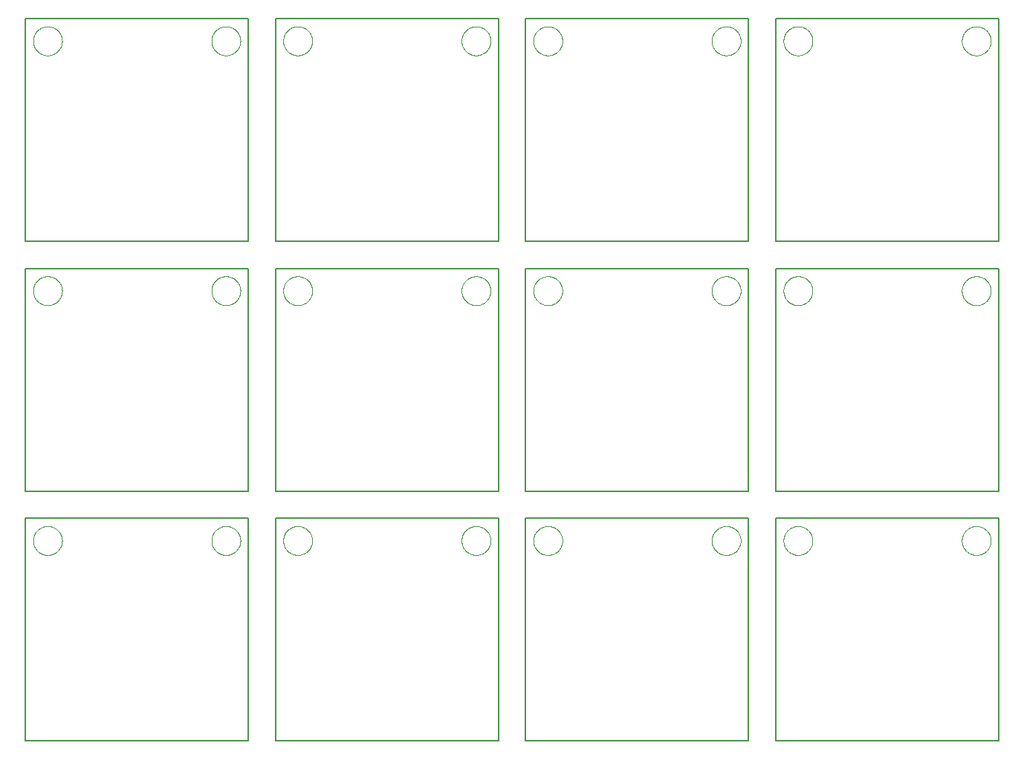
<source format=gko>
G75*
%MOIN*%
%OFA0B0*%
%FSLAX25Y25*%
%IPPOS*%
%LPD*%
%AMOC8*
5,1,8,0,0,1.08239X$1,22.5*
%
%ADD10C,0.00800*%
%ADD11C,0.00000*%
D10*
X0054514Y0034965D02*
X0154514Y0034965D01*
X0154514Y0134965D01*
X0054514Y0134965D01*
X0054514Y0034965D01*
X0166719Y0034965D02*
X0266719Y0034965D01*
X0266719Y0134965D01*
X0166719Y0134965D01*
X0166719Y0034965D01*
X0278924Y0034965D02*
X0378924Y0034965D01*
X0378924Y0134965D01*
X0278924Y0134965D01*
X0278924Y0034965D01*
X0391129Y0034965D02*
X0491129Y0034965D01*
X0491129Y0134965D01*
X0391129Y0134965D01*
X0391129Y0034965D01*
X0391129Y0147169D02*
X0491129Y0147169D01*
X0491129Y0247169D01*
X0391129Y0247169D01*
X0391129Y0147169D01*
X0378924Y0147169D02*
X0278924Y0147169D01*
X0278924Y0247169D01*
X0378924Y0247169D01*
X0378924Y0147169D01*
X0266719Y0147169D02*
X0166719Y0147169D01*
X0166719Y0247169D01*
X0266719Y0247169D01*
X0266719Y0147169D01*
X0154514Y0147169D02*
X0054514Y0147169D01*
X0054514Y0247169D01*
X0154514Y0247169D01*
X0154514Y0147169D01*
X0154514Y0259374D02*
X0054514Y0259374D01*
X0054514Y0359374D01*
X0154514Y0359374D01*
X0154514Y0259374D01*
X0166719Y0259374D02*
X0266719Y0259374D01*
X0266719Y0359374D01*
X0166719Y0359374D01*
X0166719Y0259374D01*
X0278924Y0259374D02*
X0378924Y0259374D01*
X0378924Y0359374D01*
X0278924Y0359374D01*
X0278924Y0259374D01*
X0391129Y0259374D02*
X0491129Y0259374D01*
X0491129Y0359374D01*
X0391129Y0359374D01*
X0391129Y0259374D01*
D11*
X0394629Y0237169D02*
X0394631Y0237330D01*
X0394637Y0237490D01*
X0394647Y0237651D01*
X0394661Y0237811D01*
X0394679Y0237971D01*
X0394700Y0238130D01*
X0394726Y0238289D01*
X0394756Y0238447D01*
X0394789Y0238604D01*
X0394827Y0238761D01*
X0394868Y0238916D01*
X0394913Y0239070D01*
X0394962Y0239223D01*
X0395015Y0239375D01*
X0395071Y0239526D01*
X0395132Y0239675D01*
X0395195Y0239823D01*
X0395263Y0239969D01*
X0395334Y0240113D01*
X0395408Y0240255D01*
X0395486Y0240396D01*
X0395568Y0240534D01*
X0395653Y0240671D01*
X0395741Y0240805D01*
X0395833Y0240937D01*
X0395928Y0241067D01*
X0396026Y0241195D01*
X0396127Y0241320D01*
X0396231Y0241442D01*
X0396338Y0241562D01*
X0396448Y0241679D01*
X0396561Y0241794D01*
X0396677Y0241905D01*
X0396796Y0242014D01*
X0396917Y0242119D01*
X0397041Y0242222D01*
X0397167Y0242322D01*
X0397295Y0242418D01*
X0397426Y0242511D01*
X0397560Y0242601D01*
X0397695Y0242688D01*
X0397833Y0242771D01*
X0397972Y0242851D01*
X0398114Y0242927D01*
X0398257Y0243000D01*
X0398402Y0243069D01*
X0398549Y0243135D01*
X0398697Y0243197D01*
X0398847Y0243255D01*
X0398998Y0243310D01*
X0399151Y0243361D01*
X0399305Y0243408D01*
X0399460Y0243451D01*
X0399616Y0243490D01*
X0399772Y0243526D01*
X0399930Y0243557D01*
X0400088Y0243585D01*
X0400247Y0243609D01*
X0400407Y0243629D01*
X0400567Y0243645D01*
X0400727Y0243657D01*
X0400888Y0243665D01*
X0401049Y0243669D01*
X0401209Y0243669D01*
X0401370Y0243665D01*
X0401531Y0243657D01*
X0401691Y0243645D01*
X0401851Y0243629D01*
X0402011Y0243609D01*
X0402170Y0243585D01*
X0402328Y0243557D01*
X0402486Y0243526D01*
X0402642Y0243490D01*
X0402798Y0243451D01*
X0402953Y0243408D01*
X0403107Y0243361D01*
X0403260Y0243310D01*
X0403411Y0243255D01*
X0403561Y0243197D01*
X0403709Y0243135D01*
X0403856Y0243069D01*
X0404001Y0243000D01*
X0404144Y0242927D01*
X0404286Y0242851D01*
X0404425Y0242771D01*
X0404563Y0242688D01*
X0404698Y0242601D01*
X0404832Y0242511D01*
X0404963Y0242418D01*
X0405091Y0242322D01*
X0405217Y0242222D01*
X0405341Y0242119D01*
X0405462Y0242014D01*
X0405581Y0241905D01*
X0405697Y0241794D01*
X0405810Y0241679D01*
X0405920Y0241562D01*
X0406027Y0241442D01*
X0406131Y0241320D01*
X0406232Y0241195D01*
X0406330Y0241067D01*
X0406425Y0240937D01*
X0406517Y0240805D01*
X0406605Y0240671D01*
X0406690Y0240534D01*
X0406772Y0240396D01*
X0406850Y0240255D01*
X0406924Y0240113D01*
X0406995Y0239969D01*
X0407063Y0239823D01*
X0407126Y0239675D01*
X0407187Y0239526D01*
X0407243Y0239375D01*
X0407296Y0239223D01*
X0407345Y0239070D01*
X0407390Y0238916D01*
X0407431Y0238761D01*
X0407469Y0238604D01*
X0407502Y0238447D01*
X0407532Y0238289D01*
X0407558Y0238130D01*
X0407579Y0237971D01*
X0407597Y0237811D01*
X0407611Y0237651D01*
X0407621Y0237490D01*
X0407627Y0237330D01*
X0407629Y0237169D01*
X0407627Y0237008D01*
X0407621Y0236848D01*
X0407611Y0236687D01*
X0407597Y0236527D01*
X0407579Y0236367D01*
X0407558Y0236208D01*
X0407532Y0236049D01*
X0407502Y0235891D01*
X0407469Y0235734D01*
X0407431Y0235577D01*
X0407390Y0235422D01*
X0407345Y0235268D01*
X0407296Y0235115D01*
X0407243Y0234963D01*
X0407187Y0234812D01*
X0407126Y0234663D01*
X0407063Y0234515D01*
X0406995Y0234369D01*
X0406924Y0234225D01*
X0406850Y0234083D01*
X0406772Y0233942D01*
X0406690Y0233804D01*
X0406605Y0233667D01*
X0406517Y0233533D01*
X0406425Y0233401D01*
X0406330Y0233271D01*
X0406232Y0233143D01*
X0406131Y0233018D01*
X0406027Y0232896D01*
X0405920Y0232776D01*
X0405810Y0232659D01*
X0405697Y0232544D01*
X0405581Y0232433D01*
X0405462Y0232324D01*
X0405341Y0232219D01*
X0405217Y0232116D01*
X0405091Y0232016D01*
X0404963Y0231920D01*
X0404832Y0231827D01*
X0404698Y0231737D01*
X0404563Y0231650D01*
X0404425Y0231567D01*
X0404286Y0231487D01*
X0404144Y0231411D01*
X0404001Y0231338D01*
X0403856Y0231269D01*
X0403709Y0231203D01*
X0403561Y0231141D01*
X0403411Y0231083D01*
X0403260Y0231028D01*
X0403107Y0230977D01*
X0402953Y0230930D01*
X0402798Y0230887D01*
X0402642Y0230848D01*
X0402486Y0230812D01*
X0402328Y0230781D01*
X0402170Y0230753D01*
X0402011Y0230729D01*
X0401851Y0230709D01*
X0401691Y0230693D01*
X0401531Y0230681D01*
X0401370Y0230673D01*
X0401209Y0230669D01*
X0401049Y0230669D01*
X0400888Y0230673D01*
X0400727Y0230681D01*
X0400567Y0230693D01*
X0400407Y0230709D01*
X0400247Y0230729D01*
X0400088Y0230753D01*
X0399930Y0230781D01*
X0399772Y0230812D01*
X0399616Y0230848D01*
X0399460Y0230887D01*
X0399305Y0230930D01*
X0399151Y0230977D01*
X0398998Y0231028D01*
X0398847Y0231083D01*
X0398697Y0231141D01*
X0398549Y0231203D01*
X0398402Y0231269D01*
X0398257Y0231338D01*
X0398114Y0231411D01*
X0397972Y0231487D01*
X0397833Y0231567D01*
X0397695Y0231650D01*
X0397560Y0231737D01*
X0397426Y0231827D01*
X0397295Y0231920D01*
X0397167Y0232016D01*
X0397041Y0232116D01*
X0396917Y0232219D01*
X0396796Y0232324D01*
X0396677Y0232433D01*
X0396561Y0232544D01*
X0396448Y0232659D01*
X0396338Y0232776D01*
X0396231Y0232896D01*
X0396127Y0233018D01*
X0396026Y0233143D01*
X0395928Y0233271D01*
X0395833Y0233401D01*
X0395741Y0233533D01*
X0395653Y0233667D01*
X0395568Y0233804D01*
X0395486Y0233942D01*
X0395408Y0234083D01*
X0395334Y0234225D01*
X0395263Y0234369D01*
X0395195Y0234515D01*
X0395132Y0234663D01*
X0395071Y0234812D01*
X0395015Y0234963D01*
X0394962Y0235115D01*
X0394913Y0235268D01*
X0394868Y0235422D01*
X0394827Y0235577D01*
X0394789Y0235734D01*
X0394756Y0235891D01*
X0394726Y0236049D01*
X0394700Y0236208D01*
X0394679Y0236367D01*
X0394661Y0236527D01*
X0394647Y0236687D01*
X0394637Y0236848D01*
X0394631Y0237008D01*
X0394629Y0237169D01*
X0362424Y0237169D02*
X0362426Y0237330D01*
X0362432Y0237490D01*
X0362442Y0237651D01*
X0362456Y0237811D01*
X0362474Y0237971D01*
X0362495Y0238130D01*
X0362521Y0238289D01*
X0362551Y0238447D01*
X0362584Y0238604D01*
X0362622Y0238761D01*
X0362663Y0238916D01*
X0362708Y0239070D01*
X0362757Y0239223D01*
X0362810Y0239375D01*
X0362866Y0239526D01*
X0362927Y0239675D01*
X0362990Y0239823D01*
X0363058Y0239969D01*
X0363129Y0240113D01*
X0363203Y0240255D01*
X0363281Y0240396D01*
X0363363Y0240534D01*
X0363448Y0240671D01*
X0363536Y0240805D01*
X0363628Y0240937D01*
X0363723Y0241067D01*
X0363821Y0241195D01*
X0363922Y0241320D01*
X0364026Y0241442D01*
X0364133Y0241562D01*
X0364243Y0241679D01*
X0364356Y0241794D01*
X0364472Y0241905D01*
X0364591Y0242014D01*
X0364712Y0242119D01*
X0364836Y0242222D01*
X0364962Y0242322D01*
X0365090Y0242418D01*
X0365221Y0242511D01*
X0365355Y0242601D01*
X0365490Y0242688D01*
X0365628Y0242771D01*
X0365767Y0242851D01*
X0365909Y0242927D01*
X0366052Y0243000D01*
X0366197Y0243069D01*
X0366344Y0243135D01*
X0366492Y0243197D01*
X0366642Y0243255D01*
X0366793Y0243310D01*
X0366946Y0243361D01*
X0367100Y0243408D01*
X0367255Y0243451D01*
X0367411Y0243490D01*
X0367567Y0243526D01*
X0367725Y0243557D01*
X0367883Y0243585D01*
X0368042Y0243609D01*
X0368202Y0243629D01*
X0368362Y0243645D01*
X0368522Y0243657D01*
X0368683Y0243665D01*
X0368844Y0243669D01*
X0369004Y0243669D01*
X0369165Y0243665D01*
X0369326Y0243657D01*
X0369486Y0243645D01*
X0369646Y0243629D01*
X0369806Y0243609D01*
X0369965Y0243585D01*
X0370123Y0243557D01*
X0370281Y0243526D01*
X0370437Y0243490D01*
X0370593Y0243451D01*
X0370748Y0243408D01*
X0370902Y0243361D01*
X0371055Y0243310D01*
X0371206Y0243255D01*
X0371356Y0243197D01*
X0371504Y0243135D01*
X0371651Y0243069D01*
X0371796Y0243000D01*
X0371939Y0242927D01*
X0372081Y0242851D01*
X0372220Y0242771D01*
X0372358Y0242688D01*
X0372493Y0242601D01*
X0372627Y0242511D01*
X0372758Y0242418D01*
X0372886Y0242322D01*
X0373012Y0242222D01*
X0373136Y0242119D01*
X0373257Y0242014D01*
X0373376Y0241905D01*
X0373492Y0241794D01*
X0373605Y0241679D01*
X0373715Y0241562D01*
X0373822Y0241442D01*
X0373926Y0241320D01*
X0374027Y0241195D01*
X0374125Y0241067D01*
X0374220Y0240937D01*
X0374312Y0240805D01*
X0374400Y0240671D01*
X0374485Y0240534D01*
X0374567Y0240396D01*
X0374645Y0240255D01*
X0374719Y0240113D01*
X0374790Y0239969D01*
X0374858Y0239823D01*
X0374921Y0239675D01*
X0374982Y0239526D01*
X0375038Y0239375D01*
X0375091Y0239223D01*
X0375140Y0239070D01*
X0375185Y0238916D01*
X0375226Y0238761D01*
X0375264Y0238604D01*
X0375297Y0238447D01*
X0375327Y0238289D01*
X0375353Y0238130D01*
X0375374Y0237971D01*
X0375392Y0237811D01*
X0375406Y0237651D01*
X0375416Y0237490D01*
X0375422Y0237330D01*
X0375424Y0237169D01*
X0375422Y0237008D01*
X0375416Y0236848D01*
X0375406Y0236687D01*
X0375392Y0236527D01*
X0375374Y0236367D01*
X0375353Y0236208D01*
X0375327Y0236049D01*
X0375297Y0235891D01*
X0375264Y0235734D01*
X0375226Y0235577D01*
X0375185Y0235422D01*
X0375140Y0235268D01*
X0375091Y0235115D01*
X0375038Y0234963D01*
X0374982Y0234812D01*
X0374921Y0234663D01*
X0374858Y0234515D01*
X0374790Y0234369D01*
X0374719Y0234225D01*
X0374645Y0234083D01*
X0374567Y0233942D01*
X0374485Y0233804D01*
X0374400Y0233667D01*
X0374312Y0233533D01*
X0374220Y0233401D01*
X0374125Y0233271D01*
X0374027Y0233143D01*
X0373926Y0233018D01*
X0373822Y0232896D01*
X0373715Y0232776D01*
X0373605Y0232659D01*
X0373492Y0232544D01*
X0373376Y0232433D01*
X0373257Y0232324D01*
X0373136Y0232219D01*
X0373012Y0232116D01*
X0372886Y0232016D01*
X0372758Y0231920D01*
X0372627Y0231827D01*
X0372493Y0231737D01*
X0372358Y0231650D01*
X0372220Y0231567D01*
X0372081Y0231487D01*
X0371939Y0231411D01*
X0371796Y0231338D01*
X0371651Y0231269D01*
X0371504Y0231203D01*
X0371356Y0231141D01*
X0371206Y0231083D01*
X0371055Y0231028D01*
X0370902Y0230977D01*
X0370748Y0230930D01*
X0370593Y0230887D01*
X0370437Y0230848D01*
X0370281Y0230812D01*
X0370123Y0230781D01*
X0369965Y0230753D01*
X0369806Y0230729D01*
X0369646Y0230709D01*
X0369486Y0230693D01*
X0369326Y0230681D01*
X0369165Y0230673D01*
X0369004Y0230669D01*
X0368844Y0230669D01*
X0368683Y0230673D01*
X0368522Y0230681D01*
X0368362Y0230693D01*
X0368202Y0230709D01*
X0368042Y0230729D01*
X0367883Y0230753D01*
X0367725Y0230781D01*
X0367567Y0230812D01*
X0367411Y0230848D01*
X0367255Y0230887D01*
X0367100Y0230930D01*
X0366946Y0230977D01*
X0366793Y0231028D01*
X0366642Y0231083D01*
X0366492Y0231141D01*
X0366344Y0231203D01*
X0366197Y0231269D01*
X0366052Y0231338D01*
X0365909Y0231411D01*
X0365767Y0231487D01*
X0365628Y0231567D01*
X0365490Y0231650D01*
X0365355Y0231737D01*
X0365221Y0231827D01*
X0365090Y0231920D01*
X0364962Y0232016D01*
X0364836Y0232116D01*
X0364712Y0232219D01*
X0364591Y0232324D01*
X0364472Y0232433D01*
X0364356Y0232544D01*
X0364243Y0232659D01*
X0364133Y0232776D01*
X0364026Y0232896D01*
X0363922Y0233018D01*
X0363821Y0233143D01*
X0363723Y0233271D01*
X0363628Y0233401D01*
X0363536Y0233533D01*
X0363448Y0233667D01*
X0363363Y0233804D01*
X0363281Y0233942D01*
X0363203Y0234083D01*
X0363129Y0234225D01*
X0363058Y0234369D01*
X0362990Y0234515D01*
X0362927Y0234663D01*
X0362866Y0234812D01*
X0362810Y0234963D01*
X0362757Y0235115D01*
X0362708Y0235268D01*
X0362663Y0235422D01*
X0362622Y0235577D01*
X0362584Y0235734D01*
X0362551Y0235891D01*
X0362521Y0236049D01*
X0362495Y0236208D01*
X0362474Y0236367D01*
X0362456Y0236527D01*
X0362442Y0236687D01*
X0362432Y0236848D01*
X0362426Y0237008D01*
X0362424Y0237169D01*
X0282424Y0237169D02*
X0282426Y0237330D01*
X0282432Y0237490D01*
X0282442Y0237651D01*
X0282456Y0237811D01*
X0282474Y0237971D01*
X0282495Y0238130D01*
X0282521Y0238289D01*
X0282551Y0238447D01*
X0282584Y0238604D01*
X0282622Y0238761D01*
X0282663Y0238916D01*
X0282708Y0239070D01*
X0282757Y0239223D01*
X0282810Y0239375D01*
X0282866Y0239526D01*
X0282927Y0239675D01*
X0282990Y0239823D01*
X0283058Y0239969D01*
X0283129Y0240113D01*
X0283203Y0240255D01*
X0283281Y0240396D01*
X0283363Y0240534D01*
X0283448Y0240671D01*
X0283536Y0240805D01*
X0283628Y0240937D01*
X0283723Y0241067D01*
X0283821Y0241195D01*
X0283922Y0241320D01*
X0284026Y0241442D01*
X0284133Y0241562D01*
X0284243Y0241679D01*
X0284356Y0241794D01*
X0284472Y0241905D01*
X0284591Y0242014D01*
X0284712Y0242119D01*
X0284836Y0242222D01*
X0284962Y0242322D01*
X0285090Y0242418D01*
X0285221Y0242511D01*
X0285355Y0242601D01*
X0285490Y0242688D01*
X0285628Y0242771D01*
X0285767Y0242851D01*
X0285909Y0242927D01*
X0286052Y0243000D01*
X0286197Y0243069D01*
X0286344Y0243135D01*
X0286492Y0243197D01*
X0286642Y0243255D01*
X0286793Y0243310D01*
X0286946Y0243361D01*
X0287100Y0243408D01*
X0287255Y0243451D01*
X0287411Y0243490D01*
X0287567Y0243526D01*
X0287725Y0243557D01*
X0287883Y0243585D01*
X0288042Y0243609D01*
X0288202Y0243629D01*
X0288362Y0243645D01*
X0288522Y0243657D01*
X0288683Y0243665D01*
X0288844Y0243669D01*
X0289004Y0243669D01*
X0289165Y0243665D01*
X0289326Y0243657D01*
X0289486Y0243645D01*
X0289646Y0243629D01*
X0289806Y0243609D01*
X0289965Y0243585D01*
X0290123Y0243557D01*
X0290281Y0243526D01*
X0290437Y0243490D01*
X0290593Y0243451D01*
X0290748Y0243408D01*
X0290902Y0243361D01*
X0291055Y0243310D01*
X0291206Y0243255D01*
X0291356Y0243197D01*
X0291504Y0243135D01*
X0291651Y0243069D01*
X0291796Y0243000D01*
X0291939Y0242927D01*
X0292081Y0242851D01*
X0292220Y0242771D01*
X0292358Y0242688D01*
X0292493Y0242601D01*
X0292627Y0242511D01*
X0292758Y0242418D01*
X0292886Y0242322D01*
X0293012Y0242222D01*
X0293136Y0242119D01*
X0293257Y0242014D01*
X0293376Y0241905D01*
X0293492Y0241794D01*
X0293605Y0241679D01*
X0293715Y0241562D01*
X0293822Y0241442D01*
X0293926Y0241320D01*
X0294027Y0241195D01*
X0294125Y0241067D01*
X0294220Y0240937D01*
X0294312Y0240805D01*
X0294400Y0240671D01*
X0294485Y0240534D01*
X0294567Y0240396D01*
X0294645Y0240255D01*
X0294719Y0240113D01*
X0294790Y0239969D01*
X0294858Y0239823D01*
X0294921Y0239675D01*
X0294982Y0239526D01*
X0295038Y0239375D01*
X0295091Y0239223D01*
X0295140Y0239070D01*
X0295185Y0238916D01*
X0295226Y0238761D01*
X0295264Y0238604D01*
X0295297Y0238447D01*
X0295327Y0238289D01*
X0295353Y0238130D01*
X0295374Y0237971D01*
X0295392Y0237811D01*
X0295406Y0237651D01*
X0295416Y0237490D01*
X0295422Y0237330D01*
X0295424Y0237169D01*
X0295422Y0237008D01*
X0295416Y0236848D01*
X0295406Y0236687D01*
X0295392Y0236527D01*
X0295374Y0236367D01*
X0295353Y0236208D01*
X0295327Y0236049D01*
X0295297Y0235891D01*
X0295264Y0235734D01*
X0295226Y0235577D01*
X0295185Y0235422D01*
X0295140Y0235268D01*
X0295091Y0235115D01*
X0295038Y0234963D01*
X0294982Y0234812D01*
X0294921Y0234663D01*
X0294858Y0234515D01*
X0294790Y0234369D01*
X0294719Y0234225D01*
X0294645Y0234083D01*
X0294567Y0233942D01*
X0294485Y0233804D01*
X0294400Y0233667D01*
X0294312Y0233533D01*
X0294220Y0233401D01*
X0294125Y0233271D01*
X0294027Y0233143D01*
X0293926Y0233018D01*
X0293822Y0232896D01*
X0293715Y0232776D01*
X0293605Y0232659D01*
X0293492Y0232544D01*
X0293376Y0232433D01*
X0293257Y0232324D01*
X0293136Y0232219D01*
X0293012Y0232116D01*
X0292886Y0232016D01*
X0292758Y0231920D01*
X0292627Y0231827D01*
X0292493Y0231737D01*
X0292358Y0231650D01*
X0292220Y0231567D01*
X0292081Y0231487D01*
X0291939Y0231411D01*
X0291796Y0231338D01*
X0291651Y0231269D01*
X0291504Y0231203D01*
X0291356Y0231141D01*
X0291206Y0231083D01*
X0291055Y0231028D01*
X0290902Y0230977D01*
X0290748Y0230930D01*
X0290593Y0230887D01*
X0290437Y0230848D01*
X0290281Y0230812D01*
X0290123Y0230781D01*
X0289965Y0230753D01*
X0289806Y0230729D01*
X0289646Y0230709D01*
X0289486Y0230693D01*
X0289326Y0230681D01*
X0289165Y0230673D01*
X0289004Y0230669D01*
X0288844Y0230669D01*
X0288683Y0230673D01*
X0288522Y0230681D01*
X0288362Y0230693D01*
X0288202Y0230709D01*
X0288042Y0230729D01*
X0287883Y0230753D01*
X0287725Y0230781D01*
X0287567Y0230812D01*
X0287411Y0230848D01*
X0287255Y0230887D01*
X0287100Y0230930D01*
X0286946Y0230977D01*
X0286793Y0231028D01*
X0286642Y0231083D01*
X0286492Y0231141D01*
X0286344Y0231203D01*
X0286197Y0231269D01*
X0286052Y0231338D01*
X0285909Y0231411D01*
X0285767Y0231487D01*
X0285628Y0231567D01*
X0285490Y0231650D01*
X0285355Y0231737D01*
X0285221Y0231827D01*
X0285090Y0231920D01*
X0284962Y0232016D01*
X0284836Y0232116D01*
X0284712Y0232219D01*
X0284591Y0232324D01*
X0284472Y0232433D01*
X0284356Y0232544D01*
X0284243Y0232659D01*
X0284133Y0232776D01*
X0284026Y0232896D01*
X0283922Y0233018D01*
X0283821Y0233143D01*
X0283723Y0233271D01*
X0283628Y0233401D01*
X0283536Y0233533D01*
X0283448Y0233667D01*
X0283363Y0233804D01*
X0283281Y0233942D01*
X0283203Y0234083D01*
X0283129Y0234225D01*
X0283058Y0234369D01*
X0282990Y0234515D01*
X0282927Y0234663D01*
X0282866Y0234812D01*
X0282810Y0234963D01*
X0282757Y0235115D01*
X0282708Y0235268D01*
X0282663Y0235422D01*
X0282622Y0235577D01*
X0282584Y0235734D01*
X0282551Y0235891D01*
X0282521Y0236049D01*
X0282495Y0236208D01*
X0282474Y0236367D01*
X0282456Y0236527D01*
X0282442Y0236687D01*
X0282432Y0236848D01*
X0282426Y0237008D01*
X0282424Y0237169D01*
X0250219Y0237169D02*
X0250221Y0237330D01*
X0250227Y0237490D01*
X0250237Y0237651D01*
X0250251Y0237811D01*
X0250269Y0237971D01*
X0250290Y0238130D01*
X0250316Y0238289D01*
X0250346Y0238447D01*
X0250379Y0238604D01*
X0250417Y0238761D01*
X0250458Y0238916D01*
X0250503Y0239070D01*
X0250552Y0239223D01*
X0250605Y0239375D01*
X0250661Y0239526D01*
X0250722Y0239675D01*
X0250785Y0239823D01*
X0250853Y0239969D01*
X0250924Y0240113D01*
X0250998Y0240255D01*
X0251076Y0240396D01*
X0251158Y0240534D01*
X0251243Y0240671D01*
X0251331Y0240805D01*
X0251423Y0240937D01*
X0251518Y0241067D01*
X0251616Y0241195D01*
X0251717Y0241320D01*
X0251821Y0241442D01*
X0251928Y0241562D01*
X0252038Y0241679D01*
X0252151Y0241794D01*
X0252267Y0241905D01*
X0252386Y0242014D01*
X0252507Y0242119D01*
X0252631Y0242222D01*
X0252757Y0242322D01*
X0252885Y0242418D01*
X0253016Y0242511D01*
X0253150Y0242601D01*
X0253285Y0242688D01*
X0253423Y0242771D01*
X0253562Y0242851D01*
X0253704Y0242927D01*
X0253847Y0243000D01*
X0253992Y0243069D01*
X0254139Y0243135D01*
X0254287Y0243197D01*
X0254437Y0243255D01*
X0254588Y0243310D01*
X0254741Y0243361D01*
X0254895Y0243408D01*
X0255050Y0243451D01*
X0255206Y0243490D01*
X0255362Y0243526D01*
X0255520Y0243557D01*
X0255678Y0243585D01*
X0255837Y0243609D01*
X0255997Y0243629D01*
X0256157Y0243645D01*
X0256317Y0243657D01*
X0256478Y0243665D01*
X0256639Y0243669D01*
X0256799Y0243669D01*
X0256960Y0243665D01*
X0257121Y0243657D01*
X0257281Y0243645D01*
X0257441Y0243629D01*
X0257601Y0243609D01*
X0257760Y0243585D01*
X0257918Y0243557D01*
X0258076Y0243526D01*
X0258232Y0243490D01*
X0258388Y0243451D01*
X0258543Y0243408D01*
X0258697Y0243361D01*
X0258850Y0243310D01*
X0259001Y0243255D01*
X0259151Y0243197D01*
X0259299Y0243135D01*
X0259446Y0243069D01*
X0259591Y0243000D01*
X0259734Y0242927D01*
X0259876Y0242851D01*
X0260015Y0242771D01*
X0260153Y0242688D01*
X0260288Y0242601D01*
X0260422Y0242511D01*
X0260553Y0242418D01*
X0260681Y0242322D01*
X0260807Y0242222D01*
X0260931Y0242119D01*
X0261052Y0242014D01*
X0261171Y0241905D01*
X0261287Y0241794D01*
X0261400Y0241679D01*
X0261510Y0241562D01*
X0261617Y0241442D01*
X0261721Y0241320D01*
X0261822Y0241195D01*
X0261920Y0241067D01*
X0262015Y0240937D01*
X0262107Y0240805D01*
X0262195Y0240671D01*
X0262280Y0240534D01*
X0262362Y0240396D01*
X0262440Y0240255D01*
X0262514Y0240113D01*
X0262585Y0239969D01*
X0262653Y0239823D01*
X0262716Y0239675D01*
X0262777Y0239526D01*
X0262833Y0239375D01*
X0262886Y0239223D01*
X0262935Y0239070D01*
X0262980Y0238916D01*
X0263021Y0238761D01*
X0263059Y0238604D01*
X0263092Y0238447D01*
X0263122Y0238289D01*
X0263148Y0238130D01*
X0263169Y0237971D01*
X0263187Y0237811D01*
X0263201Y0237651D01*
X0263211Y0237490D01*
X0263217Y0237330D01*
X0263219Y0237169D01*
X0263217Y0237008D01*
X0263211Y0236848D01*
X0263201Y0236687D01*
X0263187Y0236527D01*
X0263169Y0236367D01*
X0263148Y0236208D01*
X0263122Y0236049D01*
X0263092Y0235891D01*
X0263059Y0235734D01*
X0263021Y0235577D01*
X0262980Y0235422D01*
X0262935Y0235268D01*
X0262886Y0235115D01*
X0262833Y0234963D01*
X0262777Y0234812D01*
X0262716Y0234663D01*
X0262653Y0234515D01*
X0262585Y0234369D01*
X0262514Y0234225D01*
X0262440Y0234083D01*
X0262362Y0233942D01*
X0262280Y0233804D01*
X0262195Y0233667D01*
X0262107Y0233533D01*
X0262015Y0233401D01*
X0261920Y0233271D01*
X0261822Y0233143D01*
X0261721Y0233018D01*
X0261617Y0232896D01*
X0261510Y0232776D01*
X0261400Y0232659D01*
X0261287Y0232544D01*
X0261171Y0232433D01*
X0261052Y0232324D01*
X0260931Y0232219D01*
X0260807Y0232116D01*
X0260681Y0232016D01*
X0260553Y0231920D01*
X0260422Y0231827D01*
X0260288Y0231737D01*
X0260153Y0231650D01*
X0260015Y0231567D01*
X0259876Y0231487D01*
X0259734Y0231411D01*
X0259591Y0231338D01*
X0259446Y0231269D01*
X0259299Y0231203D01*
X0259151Y0231141D01*
X0259001Y0231083D01*
X0258850Y0231028D01*
X0258697Y0230977D01*
X0258543Y0230930D01*
X0258388Y0230887D01*
X0258232Y0230848D01*
X0258076Y0230812D01*
X0257918Y0230781D01*
X0257760Y0230753D01*
X0257601Y0230729D01*
X0257441Y0230709D01*
X0257281Y0230693D01*
X0257121Y0230681D01*
X0256960Y0230673D01*
X0256799Y0230669D01*
X0256639Y0230669D01*
X0256478Y0230673D01*
X0256317Y0230681D01*
X0256157Y0230693D01*
X0255997Y0230709D01*
X0255837Y0230729D01*
X0255678Y0230753D01*
X0255520Y0230781D01*
X0255362Y0230812D01*
X0255206Y0230848D01*
X0255050Y0230887D01*
X0254895Y0230930D01*
X0254741Y0230977D01*
X0254588Y0231028D01*
X0254437Y0231083D01*
X0254287Y0231141D01*
X0254139Y0231203D01*
X0253992Y0231269D01*
X0253847Y0231338D01*
X0253704Y0231411D01*
X0253562Y0231487D01*
X0253423Y0231567D01*
X0253285Y0231650D01*
X0253150Y0231737D01*
X0253016Y0231827D01*
X0252885Y0231920D01*
X0252757Y0232016D01*
X0252631Y0232116D01*
X0252507Y0232219D01*
X0252386Y0232324D01*
X0252267Y0232433D01*
X0252151Y0232544D01*
X0252038Y0232659D01*
X0251928Y0232776D01*
X0251821Y0232896D01*
X0251717Y0233018D01*
X0251616Y0233143D01*
X0251518Y0233271D01*
X0251423Y0233401D01*
X0251331Y0233533D01*
X0251243Y0233667D01*
X0251158Y0233804D01*
X0251076Y0233942D01*
X0250998Y0234083D01*
X0250924Y0234225D01*
X0250853Y0234369D01*
X0250785Y0234515D01*
X0250722Y0234663D01*
X0250661Y0234812D01*
X0250605Y0234963D01*
X0250552Y0235115D01*
X0250503Y0235268D01*
X0250458Y0235422D01*
X0250417Y0235577D01*
X0250379Y0235734D01*
X0250346Y0235891D01*
X0250316Y0236049D01*
X0250290Y0236208D01*
X0250269Y0236367D01*
X0250251Y0236527D01*
X0250237Y0236687D01*
X0250227Y0236848D01*
X0250221Y0237008D01*
X0250219Y0237169D01*
X0170219Y0237169D02*
X0170221Y0237330D01*
X0170227Y0237490D01*
X0170237Y0237651D01*
X0170251Y0237811D01*
X0170269Y0237971D01*
X0170290Y0238130D01*
X0170316Y0238289D01*
X0170346Y0238447D01*
X0170379Y0238604D01*
X0170417Y0238761D01*
X0170458Y0238916D01*
X0170503Y0239070D01*
X0170552Y0239223D01*
X0170605Y0239375D01*
X0170661Y0239526D01*
X0170722Y0239675D01*
X0170785Y0239823D01*
X0170853Y0239969D01*
X0170924Y0240113D01*
X0170998Y0240255D01*
X0171076Y0240396D01*
X0171158Y0240534D01*
X0171243Y0240671D01*
X0171331Y0240805D01*
X0171423Y0240937D01*
X0171518Y0241067D01*
X0171616Y0241195D01*
X0171717Y0241320D01*
X0171821Y0241442D01*
X0171928Y0241562D01*
X0172038Y0241679D01*
X0172151Y0241794D01*
X0172267Y0241905D01*
X0172386Y0242014D01*
X0172507Y0242119D01*
X0172631Y0242222D01*
X0172757Y0242322D01*
X0172885Y0242418D01*
X0173016Y0242511D01*
X0173150Y0242601D01*
X0173285Y0242688D01*
X0173423Y0242771D01*
X0173562Y0242851D01*
X0173704Y0242927D01*
X0173847Y0243000D01*
X0173992Y0243069D01*
X0174139Y0243135D01*
X0174287Y0243197D01*
X0174437Y0243255D01*
X0174588Y0243310D01*
X0174741Y0243361D01*
X0174895Y0243408D01*
X0175050Y0243451D01*
X0175206Y0243490D01*
X0175362Y0243526D01*
X0175520Y0243557D01*
X0175678Y0243585D01*
X0175837Y0243609D01*
X0175997Y0243629D01*
X0176157Y0243645D01*
X0176317Y0243657D01*
X0176478Y0243665D01*
X0176639Y0243669D01*
X0176799Y0243669D01*
X0176960Y0243665D01*
X0177121Y0243657D01*
X0177281Y0243645D01*
X0177441Y0243629D01*
X0177601Y0243609D01*
X0177760Y0243585D01*
X0177918Y0243557D01*
X0178076Y0243526D01*
X0178232Y0243490D01*
X0178388Y0243451D01*
X0178543Y0243408D01*
X0178697Y0243361D01*
X0178850Y0243310D01*
X0179001Y0243255D01*
X0179151Y0243197D01*
X0179299Y0243135D01*
X0179446Y0243069D01*
X0179591Y0243000D01*
X0179734Y0242927D01*
X0179876Y0242851D01*
X0180015Y0242771D01*
X0180153Y0242688D01*
X0180288Y0242601D01*
X0180422Y0242511D01*
X0180553Y0242418D01*
X0180681Y0242322D01*
X0180807Y0242222D01*
X0180931Y0242119D01*
X0181052Y0242014D01*
X0181171Y0241905D01*
X0181287Y0241794D01*
X0181400Y0241679D01*
X0181510Y0241562D01*
X0181617Y0241442D01*
X0181721Y0241320D01*
X0181822Y0241195D01*
X0181920Y0241067D01*
X0182015Y0240937D01*
X0182107Y0240805D01*
X0182195Y0240671D01*
X0182280Y0240534D01*
X0182362Y0240396D01*
X0182440Y0240255D01*
X0182514Y0240113D01*
X0182585Y0239969D01*
X0182653Y0239823D01*
X0182716Y0239675D01*
X0182777Y0239526D01*
X0182833Y0239375D01*
X0182886Y0239223D01*
X0182935Y0239070D01*
X0182980Y0238916D01*
X0183021Y0238761D01*
X0183059Y0238604D01*
X0183092Y0238447D01*
X0183122Y0238289D01*
X0183148Y0238130D01*
X0183169Y0237971D01*
X0183187Y0237811D01*
X0183201Y0237651D01*
X0183211Y0237490D01*
X0183217Y0237330D01*
X0183219Y0237169D01*
X0183217Y0237008D01*
X0183211Y0236848D01*
X0183201Y0236687D01*
X0183187Y0236527D01*
X0183169Y0236367D01*
X0183148Y0236208D01*
X0183122Y0236049D01*
X0183092Y0235891D01*
X0183059Y0235734D01*
X0183021Y0235577D01*
X0182980Y0235422D01*
X0182935Y0235268D01*
X0182886Y0235115D01*
X0182833Y0234963D01*
X0182777Y0234812D01*
X0182716Y0234663D01*
X0182653Y0234515D01*
X0182585Y0234369D01*
X0182514Y0234225D01*
X0182440Y0234083D01*
X0182362Y0233942D01*
X0182280Y0233804D01*
X0182195Y0233667D01*
X0182107Y0233533D01*
X0182015Y0233401D01*
X0181920Y0233271D01*
X0181822Y0233143D01*
X0181721Y0233018D01*
X0181617Y0232896D01*
X0181510Y0232776D01*
X0181400Y0232659D01*
X0181287Y0232544D01*
X0181171Y0232433D01*
X0181052Y0232324D01*
X0180931Y0232219D01*
X0180807Y0232116D01*
X0180681Y0232016D01*
X0180553Y0231920D01*
X0180422Y0231827D01*
X0180288Y0231737D01*
X0180153Y0231650D01*
X0180015Y0231567D01*
X0179876Y0231487D01*
X0179734Y0231411D01*
X0179591Y0231338D01*
X0179446Y0231269D01*
X0179299Y0231203D01*
X0179151Y0231141D01*
X0179001Y0231083D01*
X0178850Y0231028D01*
X0178697Y0230977D01*
X0178543Y0230930D01*
X0178388Y0230887D01*
X0178232Y0230848D01*
X0178076Y0230812D01*
X0177918Y0230781D01*
X0177760Y0230753D01*
X0177601Y0230729D01*
X0177441Y0230709D01*
X0177281Y0230693D01*
X0177121Y0230681D01*
X0176960Y0230673D01*
X0176799Y0230669D01*
X0176639Y0230669D01*
X0176478Y0230673D01*
X0176317Y0230681D01*
X0176157Y0230693D01*
X0175997Y0230709D01*
X0175837Y0230729D01*
X0175678Y0230753D01*
X0175520Y0230781D01*
X0175362Y0230812D01*
X0175206Y0230848D01*
X0175050Y0230887D01*
X0174895Y0230930D01*
X0174741Y0230977D01*
X0174588Y0231028D01*
X0174437Y0231083D01*
X0174287Y0231141D01*
X0174139Y0231203D01*
X0173992Y0231269D01*
X0173847Y0231338D01*
X0173704Y0231411D01*
X0173562Y0231487D01*
X0173423Y0231567D01*
X0173285Y0231650D01*
X0173150Y0231737D01*
X0173016Y0231827D01*
X0172885Y0231920D01*
X0172757Y0232016D01*
X0172631Y0232116D01*
X0172507Y0232219D01*
X0172386Y0232324D01*
X0172267Y0232433D01*
X0172151Y0232544D01*
X0172038Y0232659D01*
X0171928Y0232776D01*
X0171821Y0232896D01*
X0171717Y0233018D01*
X0171616Y0233143D01*
X0171518Y0233271D01*
X0171423Y0233401D01*
X0171331Y0233533D01*
X0171243Y0233667D01*
X0171158Y0233804D01*
X0171076Y0233942D01*
X0170998Y0234083D01*
X0170924Y0234225D01*
X0170853Y0234369D01*
X0170785Y0234515D01*
X0170722Y0234663D01*
X0170661Y0234812D01*
X0170605Y0234963D01*
X0170552Y0235115D01*
X0170503Y0235268D01*
X0170458Y0235422D01*
X0170417Y0235577D01*
X0170379Y0235734D01*
X0170346Y0235891D01*
X0170316Y0236049D01*
X0170290Y0236208D01*
X0170269Y0236367D01*
X0170251Y0236527D01*
X0170237Y0236687D01*
X0170227Y0236848D01*
X0170221Y0237008D01*
X0170219Y0237169D01*
X0138014Y0237169D02*
X0138016Y0237330D01*
X0138022Y0237490D01*
X0138032Y0237651D01*
X0138046Y0237811D01*
X0138064Y0237971D01*
X0138085Y0238130D01*
X0138111Y0238289D01*
X0138141Y0238447D01*
X0138174Y0238604D01*
X0138212Y0238761D01*
X0138253Y0238916D01*
X0138298Y0239070D01*
X0138347Y0239223D01*
X0138400Y0239375D01*
X0138456Y0239526D01*
X0138517Y0239675D01*
X0138580Y0239823D01*
X0138648Y0239969D01*
X0138719Y0240113D01*
X0138793Y0240255D01*
X0138871Y0240396D01*
X0138953Y0240534D01*
X0139038Y0240671D01*
X0139126Y0240805D01*
X0139218Y0240937D01*
X0139313Y0241067D01*
X0139411Y0241195D01*
X0139512Y0241320D01*
X0139616Y0241442D01*
X0139723Y0241562D01*
X0139833Y0241679D01*
X0139946Y0241794D01*
X0140062Y0241905D01*
X0140181Y0242014D01*
X0140302Y0242119D01*
X0140426Y0242222D01*
X0140552Y0242322D01*
X0140680Y0242418D01*
X0140811Y0242511D01*
X0140945Y0242601D01*
X0141080Y0242688D01*
X0141218Y0242771D01*
X0141357Y0242851D01*
X0141499Y0242927D01*
X0141642Y0243000D01*
X0141787Y0243069D01*
X0141934Y0243135D01*
X0142082Y0243197D01*
X0142232Y0243255D01*
X0142383Y0243310D01*
X0142536Y0243361D01*
X0142690Y0243408D01*
X0142845Y0243451D01*
X0143001Y0243490D01*
X0143157Y0243526D01*
X0143315Y0243557D01*
X0143473Y0243585D01*
X0143632Y0243609D01*
X0143792Y0243629D01*
X0143952Y0243645D01*
X0144112Y0243657D01*
X0144273Y0243665D01*
X0144434Y0243669D01*
X0144594Y0243669D01*
X0144755Y0243665D01*
X0144916Y0243657D01*
X0145076Y0243645D01*
X0145236Y0243629D01*
X0145396Y0243609D01*
X0145555Y0243585D01*
X0145713Y0243557D01*
X0145871Y0243526D01*
X0146027Y0243490D01*
X0146183Y0243451D01*
X0146338Y0243408D01*
X0146492Y0243361D01*
X0146645Y0243310D01*
X0146796Y0243255D01*
X0146946Y0243197D01*
X0147094Y0243135D01*
X0147241Y0243069D01*
X0147386Y0243000D01*
X0147529Y0242927D01*
X0147671Y0242851D01*
X0147810Y0242771D01*
X0147948Y0242688D01*
X0148083Y0242601D01*
X0148217Y0242511D01*
X0148348Y0242418D01*
X0148476Y0242322D01*
X0148602Y0242222D01*
X0148726Y0242119D01*
X0148847Y0242014D01*
X0148966Y0241905D01*
X0149082Y0241794D01*
X0149195Y0241679D01*
X0149305Y0241562D01*
X0149412Y0241442D01*
X0149516Y0241320D01*
X0149617Y0241195D01*
X0149715Y0241067D01*
X0149810Y0240937D01*
X0149902Y0240805D01*
X0149990Y0240671D01*
X0150075Y0240534D01*
X0150157Y0240396D01*
X0150235Y0240255D01*
X0150309Y0240113D01*
X0150380Y0239969D01*
X0150448Y0239823D01*
X0150511Y0239675D01*
X0150572Y0239526D01*
X0150628Y0239375D01*
X0150681Y0239223D01*
X0150730Y0239070D01*
X0150775Y0238916D01*
X0150816Y0238761D01*
X0150854Y0238604D01*
X0150887Y0238447D01*
X0150917Y0238289D01*
X0150943Y0238130D01*
X0150964Y0237971D01*
X0150982Y0237811D01*
X0150996Y0237651D01*
X0151006Y0237490D01*
X0151012Y0237330D01*
X0151014Y0237169D01*
X0151012Y0237008D01*
X0151006Y0236848D01*
X0150996Y0236687D01*
X0150982Y0236527D01*
X0150964Y0236367D01*
X0150943Y0236208D01*
X0150917Y0236049D01*
X0150887Y0235891D01*
X0150854Y0235734D01*
X0150816Y0235577D01*
X0150775Y0235422D01*
X0150730Y0235268D01*
X0150681Y0235115D01*
X0150628Y0234963D01*
X0150572Y0234812D01*
X0150511Y0234663D01*
X0150448Y0234515D01*
X0150380Y0234369D01*
X0150309Y0234225D01*
X0150235Y0234083D01*
X0150157Y0233942D01*
X0150075Y0233804D01*
X0149990Y0233667D01*
X0149902Y0233533D01*
X0149810Y0233401D01*
X0149715Y0233271D01*
X0149617Y0233143D01*
X0149516Y0233018D01*
X0149412Y0232896D01*
X0149305Y0232776D01*
X0149195Y0232659D01*
X0149082Y0232544D01*
X0148966Y0232433D01*
X0148847Y0232324D01*
X0148726Y0232219D01*
X0148602Y0232116D01*
X0148476Y0232016D01*
X0148348Y0231920D01*
X0148217Y0231827D01*
X0148083Y0231737D01*
X0147948Y0231650D01*
X0147810Y0231567D01*
X0147671Y0231487D01*
X0147529Y0231411D01*
X0147386Y0231338D01*
X0147241Y0231269D01*
X0147094Y0231203D01*
X0146946Y0231141D01*
X0146796Y0231083D01*
X0146645Y0231028D01*
X0146492Y0230977D01*
X0146338Y0230930D01*
X0146183Y0230887D01*
X0146027Y0230848D01*
X0145871Y0230812D01*
X0145713Y0230781D01*
X0145555Y0230753D01*
X0145396Y0230729D01*
X0145236Y0230709D01*
X0145076Y0230693D01*
X0144916Y0230681D01*
X0144755Y0230673D01*
X0144594Y0230669D01*
X0144434Y0230669D01*
X0144273Y0230673D01*
X0144112Y0230681D01*
X0143952Y0230693D01*
X0143792Y0230709D01*
X0143632Y0230729D01*
X0143473Y0230753D01*
X0143315Y0230781D01*
X0143157Y0230812D01*
X0143001Y0230848D01*
X0142845Y0230887D01*
X0142690Y0230930D01*
X0142536Y0230977D01*
X0142383Y0231028D01*
X0142232Y0231083D01*
X0142082Y0231141D01*
X0141934Y0231203D01*
X0141787Y0231269D01*
X0141642Y0231338D01*
X0141499Y0231411D01*
X0141357Y0231487D01*
X0141218Y0231567D01*
X0141080Y0231650D01*
X0140945Y0231737D01*
X0140811Y0231827D01*
X0140680Y0231920D01*
X0140552Y0232016D01*
X0140426Y0232116D01*
X0140302Y0232219D01*
X0140181Y0232324D01*
X0140062Y0232433D01*
X0139946Y0232544D01*
X0139833Y0232659D01*
X0139723Y0232776D01*
X0139616Y0232896D01*
X0139512Y0233018D01*
X0139411Y0233143D01*
X0139313Y0233271D01*
X0139218Y0233401D01*
X0139126Y0233533D01*
X0139038Y0233667D01*
X0138953Y0233804D01*
X0138871Y0233942D01*
X0138793Y0234083D01*
X0138719Y0234225D01*
X0138648Y0234369D01*
X0138580Y0234515D01*
X0138517Y0234663D01*
X0138456Y0234812D01*
X0138400Y0234963D01*
X0138347Y0235115D01*
X0138298Y0235268D01*
X0138253Y0235422D01*
X0138212Y0235577D01*
X0138174Y0235734D01*
X0138141Y0235891D01*
X0138111Y0236049D01*
X0138085Y0236208D01*
X0138064Y0236367D01*
X0138046Y0236527D01*
X0138032Y0236687D01*
X0138022Y0236848D01*
X0138016Y0237008D01*
X0138014Y0237169D01*
X0058014Y0237169D02*
X0058016Y0237330D01*
X0058022Y0237490D01*
X0058032Y0237651D01*
X0058046Y0237811D01*
X0058064Y0237971D01*
X0058085Y0238130D01*
X0058111Y0238289D01*
X0058141Y0238447D01*
X0058174Y0238604D01*
X0058212Y0238761D01*
X0058253Y0238916D01*
X0058298Y0239070D01*
X0058347Y0239223D01*
X0058400Y0239375D01*
X0058456Y0239526D01*
X0058517Y0239675D01*
X0058580Y0239823D01*
X0058648Y0239969D01*
X0058719Y0240113D01*
X0058793Y0240255D01*
X0058871Y0240396D01*
X0058953Y0240534D01*
X0059038Y0240671D01*
X0059126Y0240805D01*
X0059218Y0240937D01*
X0059313Y0241067D01*
X0059411Y0241195D01*
X0059512Y0241320D01*
X0059616Y0241442D01*
X0059723Y0241562D01*
X0059833Y0241679D01*
X0059946Y0241794D01*
X0060062Y0241905D01*
X0060181Y0242014D01*
X0060302Y0242119D01*
X0060426Y0242222D01*
X0060552Y0242322D01*
X0060680Y0242418D01*
X0060811Y0242511D01*
X0060945Y0242601D01*
X0061080Y0242688D01*
X0061218Y0242771D01*
X0061357Y0242851D01*
X0061499Y0242927D01*
X0061642Y0243000D01*
X0061787Y0243069D01*
X0061934Y0243135D01*
X0062082Y0243197D01*
X0062232Y0243255D01*
X0062383Y0243310D01*
X0062536Y0243361D01*
X0062690Y0243408D01*
X0062845Y0243451D01*
X0063001Y0243490D01*
X0063157Y0243526D01*
X0063315Y0243557D01*
X0063473Y0243585D01*
X0063632Y0243609D01*
X0063792Y0243629D01*
X0063952Y0243645D01*
X0064112Y0243657D01*
X0064273Y0243665D01*
X0064434Y0243669D01*
X0064594Y0243669D01*
X0064755Y0243665D01*
X0064916Y0243657D01*
X0065076Y0243645D01*
X0065236Y0243629D01*
X0065396Y0243609D01*
X0065555Y0243585D01*
X0065713Y0243557D01*
X0065871Y0243526D01*
X0066027Y0243490D01*
X0066183Y0243451D01*
X0066338Y0243408D01*
X0066492Y0243361D01*
X0066645Y0243310D01*
X0066796Y0243255D01*
X0066946Y0243197D01*
X0067094Y0243135D01*
X0067241Y0243069D01*
X0067386Y0243000D01*
X0067529Y0242927D01*
X0067671Y0242851D01*
X0067810Y0242771D01*
X0067948Y0242688D01*
X0068083Y0242601D01*
X0068217Y0242511D01*
X0068348Y0242418D01*
X0068476Y0242322D01*
X0068602Y0242222D01*
X0068726Y0242119D01*
X0068847Y0242014D01*
X0068966Y0241905D01*
X0069082Y0241794D01*
X0069195Y0241679D01*
X0069305Y0241562D01*
X0069412Y0241442D01*
X0069516Y0241320D01*
X0069617Y0241195D01*
X0069715Y0241067D01*
X0069810Y0240937D01*
X0069902Y0240805D01*
X0069990Y0240671D01*
X0070075Y0240534D01*
X0070157Y0240396D01*
X0070235Y0240255D01*
X0070309Y0240113D01*
X0070380Y0239969D01*
X0070448Y0239823D01*
X0070511Y0239675D01*
X0070572Y0239526D01*
X0070628Y0239375D01*
X0070681Y0239223D01*
X0070730Y0239070D01*
X0070775Y0238916D01*
X0070816Y0238761D01*
X0070854Y0238604D01*
X0070887Y0238447D01*
X0070917Y0238289D01*
X0070943Y0238130D01*
X0070964Y0237971D01*
X0070982Y0237811D01*
X0070996Y0237651D01*
X0071006Y0237490D01*
X0071012Y0237330D01*
X0071014Y0237169D01*
X0071012Y0237008D01*
X0071006Y0236848D01*
X0070996Y0236687D01*
X0070982Y0236527D01*
X0070964Y0236367D01*
X0070943Y0236208D01*
X0070917Y0236049D01*
X0070887Y0235891D01*
X0070854Y0235734D01*
X0070816Y0235577D01*
X0070775Y0235422D01*
X0070730Y0235268D01*
X0070681Y0235115D01*
X0070628Y0234963D01*
X0070572Y0234812D01*
X0070511Y0234663D01*
X0070448Y0234515D01*
X0070380Y0234369D01*
X0070309Y0234225D01*
X0070235Y0234083D01*
X0070157Y0233942D01*
X0070075Y0233804D01*
X0069990Y0233667D01*
X0069902Y0233533D01*
X0069810Y0233401D01*
X0069715Y0233271D01*
X0069617Y0233143D01*
X0069516Y0233018D01*
X0069412Y0232896D01*
X0069305Y0232776D01*
X0069195Y0232659D01*
X0069082Y0232544D01*
X0068966Y0232433D01*
X0068847Y0232324D01*
X0068726Y0232219D01*
X0068602Y0232116D01*
X0068476Y0232016D01*
X0068348Y0231920D01*
X0068217Y0231827D01*
X0068083Y0231737D01*
X0067948Y0231650D01*
X0067810Y0231567D01*
X0067671Y0231487D01*
X0067529Y0231411D01*
X0067386Y0231338D01*
X0067241Y0231269D01*
X0067094Y0231203D01*
X0066946Y0231141D01*
X0066796Y0231083D01*
X0066645Y0231028D01*
X0066492Y0230977D01*
X0066338Y0230930D01*
X0066183Y0230887D01*
X0066027Y0230848D01*
X0065871Y0230812D01*
X0065713Y0230781D01*
X0065555Y0230753D01*
X0065396Y0230729D01*
X0065236Y0230709D01*
X0065076Y0230693D01*
X0064916Y0230681D01*
X0064755Y0230673D01*
X0064594Y0230669D01*
X0064434Y0230669D01*
X0064273Y0230673D01*
X0064112Y0230681D01*
X0063952Y0230693D01*
X0063792Y0230709D01*
X0063632Y0230729D01*
X0063473Y0230753D01*
X0063315Y0230781D01*
X0063157Y0230812D01*
X0063001Y0230848D01*
X0062845Y0230887D01*
X0062690Y0230930D01*
X0062536Y0230977D01*
X0062383Y0231028D01*
X0062232Y0231083D01*
X0062082Y0231141D01*
X0061934Y0231203D01*
X0061787Y0231269D01*
X0061642Y0231338D01*
X0061499Y0231411D01*
X0061357Y0231487D01*
X0061218Y0231567D01*
X0061080Y0231650D01*
X0060945Y0231737D01*
X0060811Y0231827D01*
X0060680Y0231920D01*
X0060552Y0232016D01*
X0060426Y0232116D01*
X0060302Y0232219D01*
X0060181Y0232324D01*
X0060062Y0232433D01*
X0059946Y0232544D01*
X0059833Y0232659D01*
X0059723Y0232776D01*
X0059616Y0232896D01*
X0059512Y0233018D01*
X0059411Y0233143D01*
X0059313Y0233271D01*
X0059218Y0233401D01*
X0059126Y0233533D01*
X0059038Y0233667D01*
X0058953Y0233804D01*
X0058871Y0233942D01*
X0058793Y0234083D01*
X0058719Y0234225D01*
X0058648Y0234369D01*
X0058580Y0234515D01*
X0058517Y0234663D01*
X0058456Y0234812D01*
X0058400Y0234963D01*
X0058347Y0235115D01*
X0058298Y0235268D01*
X0058253Y0235422D01*
X0058212Y0235577D01*
X0058174Y0235734D01*
X0058141Y0235891D01*
X0058111Y0236049D01*
X0058085Y0236208D01*
X0058064Y0236367D01*
X0058046Y0236527D01*
X0058032Y0236687D01*
X0058022Y0236848D01*
X0058016Y0237008D01*
X0058014Y0237169D01*
X0058014Y0349374D02*
X0058016Y0349535D01*
X0058022Y0349695D01*
X0058032Y0349856D01*
X0058046Y0350016D01*
X0058064Y0350176D01*
X0058085Y0350335D01*
X0058111Y0350494D01*
X0058141Y0350652D01*
X0058174Y0350809D01*
X0058212Y0350966D01*
X0058253Y0351121D01*
X0058298Y0351275D01*
X0058347Y0351428D01*
X0058400Y0351580D01*
X0058456Y0351731D01*
X0058517Y0351880D01*
X0058580Y0352028D01*
X0058648Y0352174D01*
X0058719Y0352318D01*
X0058793Y0352460D01*
X0058871Y0352601D01*
X0058953Y0352739D01*
X0059038Y0352876D01*
X0059126Y0353010D01*
X0059218Y0353142D01*
X0059313Y0353272D01*
X0059411Y0353400D01*
X0059512Y0353525D01*
X0059616Y0353647D01*
X0059723Y0353767D01*
X0059833Y0353884D01*
X0059946Y0353999D01*
X0060062Y0354110D01*
X0060181Y0354219D01*
X0060302Y0354324D01*
X0060426Y0354427D01*
X0060552Y0354527D01*
X0060680Y0354623D01*
X0060811Y0354716D01*
X0060945Y0354806D01*
X0061080Y0354893D01*
X0061218Y0354976D01*
X0061357Y0355056D01*
X0061499Y0355132D01*
X0061642Y0355205D01*
X0061787Y0355274D01*
X0061934Y0355340D01*
X0062082Y0355402D01*
X0062232Y0355460D01*
X0062383Y0355515D01*
X0062536Y0355566D01*
X0062690Y0355613D01*
X0062845Y0355656D01*
X0063001Y0355695D01*
X0063157Y0355731D01*
X0063315Y0355762D01*
X0063473Y0355790D01*
X0063632Y0355814D01*
X0063792Y0355834D01*
X0063952Y0355850D01*
X0064112Y0355862D01*
X0064273Y0355870D01*
X0064434Y0355874D01*
X0064594Y0355874D01*
X0064755Y0355870D01*
X0064916Y0355862D01*
X0065076Y0355850D01*
X0065236Y0355834D01*
X0065396Y0355814D01*
X0065555Y0355790D01*
X0065713Y0355762D01*
X0065871Y0355731D01*
X0066027Y0355695D01*
X0066183Y0355656D01*
X0066338Y0355613D01*
X0066492Y0355566D01*
X0066645Y0355515D01*
X0066796Y0355460D01*
X0066946Y0355402D01*
X0067094Y0355340D01*
X0067241Y0355274D01*
X0067386Y0355205D01*
X0067529Y0355132D01*
X0067671Y0355056D01*
X0067810Y0354976D01*
X0067948Y0354893D01*
X0068083Y0354806D01*
X0068217Y0354716D01*
X0068348Y0354623D01*
X0068476Y0354527D01*
X0068602Y0354427D01*
X0068726Y0354324D01*
X0068847Y0354219D01*
X0068966Y0354110D01*
X0069082Y0353999D01*
X0069195Y0353884D01*
X0069305Y0353767D01*
X0069412Y0353647D01*
X0069516Y0353525D01*
X0069617Y0353400D01*
X0069715Y0353272D01*
X0069810Y0353142D01*
X0069902Y0353010D01*
X0069990Y0352876D01*
X0070075Y0352739D01*
X0070157Y0352601D01*
X0070235Y0352460D01*
X0070309Y0352318D01*
X0070380Y0352174D01*
X0070448Y0352028D01*
X0070511Y0351880D01*
X0070572Y0351731D01*
X0070628Y0351580D01*
X0070681Y0351428D01*
X0070730Y0351275D01*
X0070775Y0351121D01*
X0070816Y0350966D01*
X0070854Y0350809D01*
X0070887Y0350652D01*
X0070917Y0350494D01*
X0070943Y0350335D01*
X0070964Y0350176D01*
X0070982Y0350016D01*
X0070996Y0349856D01*
X0071006Y0349695D01*
X0071012Y0349535D01*
X0071014Y0349374D01*
X0071012Y0349213D01*
X0071006Y0349053D01*
X0070996Y0348892D01*
X0070982Y0348732D01*
X0070964Y0348572D01*
X0070943Y0348413D01*
X0070917Y0348254D01*
X0070887Y0348096D01*
X0070854Y0347939D01*
X0070816Y0347782D01*
X0070775Y0347627D01*
X0070730Y0347473D01*
X0070681Y0347320D01*
X0070628Y0347168D01*
X0070572Y0347017D01*
X0070511Y0346868D01*
X0070448Y0346720D01*
X0070380Y0346574D01*
X0070309Y0346430D01*
X0070235Y0346288D01*
X0070157Y0346147D01*
X0070075Y0346009D01*
X0069990Y0345872D01*
X0069902Y0345738D01*
X0069810Y0345606D01*
X0069715Y0345476D01*
X0069617Y0345348D01*
X0069516Y0345223D01*
X0069412Y0345101D01*
X0069305Y0344981D01*
X0069195Y0344864D01*
X0069082Y0344749D01*
X0068966Y0344638D01*
X0068847Y0344529D01*
X0068726Y0344424D01*
X0068602Y0344321D01*
X0068476Y0344221D01*
X0068348Y0344125D01*
X0068217Y0344032D01*
X0068083Y0343942D01*
X0067948Y0343855D01*
X0067810Y0343772D01*
X0067671Y0343692D01*
X0067529Y0343616D01*
X0067386Y0343543D01*
X0067241Y0343474D01*
X0067094Y0343408D01*
X0066946Y0343346D01*
X0066796Y0343288D01*
X0066645Y0343233D01*
X0066492Y0343182D01*
X0066338Y0343135D01*
X0066183Y0343092D01*
X0066027Y0343053D01*
X0065871Y0343017D01*
X0065713Y0342986D01*
X0065555Y0342958D01*
X0065396Y0342934D01*
X0065236Y0342914D01*
X0065076Y0342898D01*
X0064916Y0342886D01*
X0064755Y0342878D01*
X0064594Y0342874D01*
X0064434Y0342874D01*
X0064273Y0342878D01*
X0064112Y0342886D01*
X0063952Y0342898D01*
X0063792Y0342914D01*
X0063632Y0342934D01*
X0063473Y0342958D01*
X0063315Y0342986D01*
X0063157Y0343017D01*
X0063001Y0343053D01*
X0062845Y0343092D01*
X0062690Y0343135D01*
X0062536Y0343182D01*
X0062383Y0343233D01*
X0062232Y0343288D01*
X0062082Y0343346D01*
X0061934Y0343408D01*
X0061787Y0343474D01*
X0061642Y0343543D01*
X0061499Y0343616D01*
X0061357Y0343692D01*
X0061218Y0343772D01*
X0061080Y0343855D01*
X0060945Y0343942D01*
X0060811Y0344032D01*
X0060680Y0344125D01*
X0060552Y0344221D01*
X0060426Y0344321D01*
X0060302Y0344424D01*
X0060181Y0344529D01*
X0060062Y0344638D01*
X0059946Y0344749D01*
X0059833Y0344864D01*
X0059723Y0344981D01*
X0059616Y0345101D01*
X0059512Y0345223D01*
X0059411Y0345348D01*
X0059313Y0345476D01*
X0059218Y0345606D01*
X0059126Y0345738D01*
X0059038Y0345872D01*
X0058953Y0346009D01*
X0058871Y0346147D01*
X0058793Y0346288D01*
X0058719Y0346430D01*
X0058648Y0346574D01*
X0058580Y0346720D01*
X0058517Y0346868D01*
X0058456Y0347017D01*
X0058400Y0347168D01*
X0058347Y0347320D01*
X0058298Y0347473D01*
X0058253Y0347627D01*
X0058212Y0347782D01*
X0058174Y0347939D01*
X0058141Y0348096D01*
X0058111Y0348254D01*
X0058085Y0348413D01*
X0058064Y0348572D01*
X0058046Y0348732D01*
X0058032Y0348892D01*
X0058022Y0349053D01*
X0058016Y0349213D01*
X0058014Y0349374D01*
X0138014Y0349374D02*
X0138016Y0349535D01*
X0138022Y0349695D01*
X0138032Y0349856D01*
X0138046Y0350016D01*
X0138064Y0350176D01*
X0138085Y0350335D01*
X0138111Y0350494D01*
X0138141Y0350652D01*
X0138174Y0350809D01*
X0138212Y0350966D01*
X0138253Y0351121D01*
X0138298Y0351275D01*
X0138347Y0351428D01*
X0138400Y0351580D01*
X0138456Y0351731D01*
X0138517Y0351880D01*
X0138580Y0352028D01*
X0138648Y0352174D01*
X0138719Y0352318D01*
X0138793Y0352460D01*
X0138871Y0352601D01*
X0138953Y0352739D01*
X0139038Y0352876D01*
X0139126Y0353010D01*
X0139218Y0353142D01*
X0139313Y0353272D01*
X0139411Y0353400D01*
X0139512Y0353525D01*
X0139616Y0353647D01*
X0139723Y0353767D01*
X0139833Y0353884D01*
X0139946Y0353999D01*
X0140062Y0354110D01*
X0140181Y0354219D01*
X0140302Y0354324D01*
X0140426Y0354427D01*
X0140552Y0354527D01*
X0140680Y0354623D01*
X0140811Y0354716D01*
X0140945Y0354806D01*
X0141080Y0354893D01*
X0141218Y0354976D01*
X0141357Y0355056D01*
X0141499Y0355132D01*
X0141642Y0355205D01*
X0141787Y0355274D01*
X0141934Y0355340D01*
X0142082Y0355402D01*
X0142232Y0355460D01*
X0142383Y0355515D01*
X0142536Y0355566D01*
X0142690Y0355613D01*
X0142845Y0355656D01*
X0143001Y0355695D01*
X0143157Y0355731D01*
X0143315Y0355762D01*
X0143473Y0355790D01*
X0143632Y0355814D01*
X0143792Y0355834D01*
X0143952Y0355850D01*
X0144112Y0355862D01*
X0144273Y0355870D01*
X0144434Y0355874D01*
X0144594Y0355874D01*
X0144755Y0355870D01*
X0144916Y0355862D01*
X0145076Y0355850D01*
X0145236Y0355834D01*
X0145396Y0355814D01*
X0145555Y0355790D01*
X0145713Y0355762D01*
X0145871Y0355731D01*
X0146027Y0355695D01*
X0146183Y0355656D01*
X0146338Y0355613D01*
X0146492Y0355566D01*
X0146645Y0355515D01*
X0146796Y0355460D01*
X0146946Y0355402D01*
X0147094Y0355340D01*
X0147241Y0355274D01*
X0147386Y0355205D01*
X0147529Y0355132D01*
X0147671Y0355056D01*
X0147810Y0354976D01*
X0147948Y0354893D01*
X0148083Y0354806D01*
X0148217Y0354716D01*
X0148348Y0354623D01*
X0148476Y0354527D01*
X0148602Y0354427D01*
X0148726Y0354324D01*
X0148847Y0354219D01*
X0148966Y0354110D01*
X0149082Y0353999D01*
X0149195Y0353884D01*
X0149305Y0353767D01*
X0149412Y0353647D01*
X0149516Y0353525D01*
X0149617Y0353400D01*
X0149715Y0353272D01*
X0149810Y0353142D01*
X0149902Y0353010D01*
X0149990Y0352876D01*
X0150075Y0352739D01*
X0150157Y0352601D01*
X0150235Y0352460D01*
X0150309Y0352318D01*
X0150380Y0352174D01*
X0150448Y0352028D01*
X0150511Y0351880D01*
X0150572Y0351731D01*
X0150628Y0351580D01*
X0150681Y0351428D01*
X0150730Y0351275D01*
X0150775Y0351121D01*
X0150816Y0350966D01*
X0150854Y0350809D01*
X0150887Y0350652D01*
X0150917Y0350494D01*
X0150943Y0350335D01*
X0150964Y0350176D01*
X0150982Y0350016D01*
X0150996Y0349856D01*
X0151006Y0349695D01*
X0151012Y0349535D01*
X0151014Y0349374D01*
X0151012Y0349213D01*
X0151006Y0349053D01*
X0150996Y0348892D01*
X0150982Y0348732D01*
X0150964Y0348572D01*
X0150943Y0348413D01*
X0150917Y0348254D01*
X0150887Y0348096D01*
X0150854Y0347939D01*
X0150816Y0347782D01*
X0150775Y0347627D01*
X0150730Y0347473D01*
X0150681Y0347320D01*
X0150628Y0347168D01*
X0150572Y0347017D01*
X0150511Y0346868D01*
X0150448Y0346720D01*
X0150380Y0346574D01*
X0150309Y0346430D01*
X0150235Y0346288D01*
X0150157Y0346147D01*
X0150075Y0346009D01*
X0149990Y0345872D01*
X0149902Y0345738D01*
X0149810Y0345606D01*
X0149715Y0345476D01*
X0149617Y0345348D01*
X0149516Y0345223D01*
X0149412Y0345101D01*
X0149305Y0344981D01*
X0149195Y0344864D01*
X0149082Y0344749D01*
X0148966Y0344638D01*
X0148847Y0344529D01*
X0148726Y0344424D01*
X0148602Y0344321D01*
X0148476Y0344221D01*
X0148348Y0344125D01*
X0148217Y0344032D01*
X0148083Y0343942D01*
X0147948Y0343855D01*
X0147810Y0343772D01*
X0147671Y0343692D01*
X0147529Y0343616D01*
X0147386Y0343543D01*
X0147241Y0343474D01*
X0147094Y0343408D01*
X0146946Y0343346D01*
X0146796Y0343288D01*
X0146645Y0343233D01*
X0146492Y0343182D01*
X0146338Y0343135D01*
X0146183Y0343092D01*
X0146027Y0343053D01*
X0145871Y0343017D01*
X0145713Y0342986D01*
X0145555Y0342958D01*
X0145396Y0342934D01*
X0145236Y0342914D01*
X0145076Y0342898D01*
X0144916Y0342886D01*
X0144755Y0342878D01*
X0144594Y0342874D01*
X0144434Y0342874D01*
X0144273Y0342878D01*
X0144112Y0342886D01*
X0143952Y0342898D01*
X0143792Y0342914D01*
X0143632Y0342934D01*
X0143473Y0342958D01*
X0143315Y0342986D01*
X0143157Y0343017D01*
X0143001Y0343053D01*
X0142845Y0343092D01*
X0142690Y0343135D01*
X0142536Y0343182D01*
X0142383Y0343233D01*
X0142232Y0343288D01*
X0142082Y0343346D01*
X0141934Y0343408D01*
X0141787Y0343474D01*
X0141642Y0343543D01*
X0141499Y0343616D01*
X0141357Y0343692D01*
X0141218Y0343772D01*
X0141080Y0343855D01*
X0140945Y0343942D01*
X0140811Y0344032D01*
X0140680Y0344125D01*
X0140552Y0344221D01*
X0140426Y0344321D01*
X0140302Y0344424D01*
X0140181Y0344529D01*
X0140062Y0344638D01*
X0139946Y0344749D01*
X0139833Y0344864D01*
X0139723Y0344981D01*
X0139616Y0345101D01*
X0139512Y0345223D01*
X0139411Y0345348D01*
X0139313Y0345476D01*
X0139218Y0345606D01*
X0139126Y0345738D01*
X0139038Y0345872D01*
X0138953Y0346009D01*
X0138871Y0346147D01*
X0138793Y0346288D01*
X0138719Y0346430D01*
X0138648Y0346574D01*
X0138580Y0346720D01*
X0138517Y0346868D01*
X0138456Y0347017D01*
X0138400Y0347168D01*
X0138347Y0347320D01*
X0138298Y0347473D01*
X0138253Y0347627D01*
X0138212Y0347782D01*
X0138174Y0347939D01*
X0138141Y0348096D01*
X0138111Y0348254D01*
X0138085Y0348413D01*
X0138064Y0348572D01*
X0138046Y0348732D01*
X0138032Y0348892D01*
X0138022Y0349053D01*
X0138016Y0349213D01*
X0138014Y0349374D01*
X0170219Y0349374D02*
X0170221Y0349535D01*
X0170227Y0349695D01*
X0170237Y0349856D01*
X0170251Y0350016D01*
X0170269Y0350176D01*
X0170290Y0350335D01*
X0170316Y0350494D01*
X0170346Y0350652D01*
X0170379Y0350809D01*
X0170417Y0350966D01*
X0170458Y0351121D01*
X0170503Y0351275D01*
X0170552Y0351428D01*
X0170605Y0351580D01*
X0170661Y0351731D01*
X0170722Y0351880D01*
X0170785Y0352028D01*
X0170853Y0352174D01*
X0170924Y0352318D01*
X0170998Y0352460D01*
X0171076Y0352601D01*
X0171158Y0352739D01*
X0171243Y0352876D01*
X0171331Y0353010D01*
X0171423Y0353142D01*
X0171518Y0353272D01*
X0171616Y0353400D01*
X0171717Y0353525D01*
X0171821Y0353647D01*
X0171928Y0353767D01*
X0172038Y0353884D01*
X0172151Y0353999D01*
X0172267Y0354110D01*
X0172386Y0354219D01*
X0172507Y0354324D01*
X0172631Y0354427D01*
X0172757Y0354527D01*
X0172885Y0354623D01*
X0173016Y0354716D01*
X0173150Y0354806D01*
X0173285Y0354893D01*
X0173423Y0354976D01*
X0173562Y0355056D01*
X0173704Y0355132D01*
X0173847Y0355205D01*
X0173992Y0355274D01*
X0174139Y0355340D01*
X0174287Y0355402D01*
X0174437Y0355460D01*
X0174588Y0355515D01*
X0174741Y0355566D01*
X0174895Y0355613D01*
X0175050Y0355656D01*
X0175206Y0355695D01*
X0175362Y0355731D01*
X0175520Y0355762D01*
X0175678Y0355790D01*
X0175837Y0355814D01*
X0175997Y0355834D01*
X0176157Y0355850D01*
X0176317Y0355862D01*
X0176478Y0355870D01*
X0176639Y0355874D01*
X0176799Y0355874D01*
X0176960Y0355870D01*
X0177121Y0355862D01*
X0177281Y0355850D01*
X0177441Y0355834D01*
X0177601Y0355814D01*
X0177760Y0355790D01*
X0177918Y0355762D01*
X0178076Y0355731D01*
X0178232Y0355695D01*
X0178388Y0355656D01*
X0178543Y0355613D01*
X0178697Y0355566D01*
X0178850Y0355515D01*
X0179001Y0355460D01*
X0179151Y0355402D01*
X0179299Y0355340D01*
X0179446Y0355274D01*
X0179591Y0355205D01*
X0179734Y0355132D01*
X0179876Y0355056D01*
X0180015Y0354976D01*
X0180153Y0354893D01*
X0180288Y0354806D01*
X0180422Y0354716D01*
X0180553Y0354623D01*
X0180681Y0354527D01*
X0180807Y0354427D01*
X0180931Y0354324D01*
X0181052Y0354219D01*
X0181171Y0354110D01*
X0181287Y0353999D01*
X0181400Y0353884D01*
X0181510Y0353767D01*
X0181617Y0353647D01*
X0181721Y0353525D01*
X0181822Y0353400D01*
X0181920Y0353272D01*
X0182015Y0353142D01*
X0182107Y0353010D01*
X0182195Y0352876D01*
X0182280Y0352739D01*
X0182362Y0352601D01*
X0182440Y0352460D01*
X0182514Y0352318D01*
X0182585Y0352174D01*
X0182653Y0352028D01*
X0182716Y0351880D01*
X0182777Y0351731D01*
X0182833Y0351580D01*
X0182886Y0351428D01*
X0182935Y0351275D01*
X0182980Y0351121D01*
X0183021Y0350966D01*
X0183059Y0350809D01*
X0183092Y0350652D01*
X0183122Y0350494D01*
X0183148Y0350335D01*
X0183169Y0350176D01*
X0183187Y0350016D01*
X0183201Y0349856D01*
X0183211Y0349695D01*
X0183217Y0349535D01*
X0183219Y0349374D01*
X0183217Y0349213D01*
X0183211Y0349053D01*
X0183201Y0348892D01*
X0183187Y0348732D01*
X0183169Y0348572D01*
X0183148Y0348413D01*
X0183122Y0348254D01*
X0183092Y0348096D01*
X0183059Y0347939D01*
X0183021Y0347782D01*
X0182980Y0347627D01*
X0182935Y0347473D01*
X0182886Y0347320D01*
X0182833Y0347168D01*
X0182777Y0347017D01*
X0182716Y0346868D01*
X0182653Y0346720D01*
X0182585Y0346574D01*
X0182514Y0346430D01*
X0182440Y0346288D01*
X0182362Y0346147D01*
X0182280Y0346009D01*
X0182195Y0345872D01*
X0182107Y0345738D01*
X0182015Y0345606D01*
X0181920Y0345476D01*
X0181822Y0345348D01*
X0181721Y0345223D01*
X0181617Y0345101D01*
X0181510Y0344981D01*
X0181400Y0344864D01*
X0181287Y0344749D01*
X0181171Y0344638D01*
X0181052Y0344529D01*
X0180931Y0344424D01*
X0180807Y0344321D01*
X0180681Y0344221D01*
X0180553Y0344125D01*
X0180422Y0344032D01*
X0180288Y0343942D01*
X0180153Y0343855D01*
X0180015Y0343772D01*
X0179876Y0343692D01*
X0179734Y0343616D01*
X0179591Y0343543D01*
X0179446Y0343474D01*
X0179299Y0343408D01*
X0179151Y0343346D01*
X0179001Y0343288D01*
X0178850Y0343233D01*
X0178697Y0343182D01*
X0178543Y0343135D01*
X0178388Y0343092D01*
X0178232Y0343053D01*
X0178076Y0343017D01*
X0177918Y0342986D01*
X0177760Y0342958D01*
X0177601Y0342934D01*
X0177441Y0342914D01*
X0177281Y0342898D01*
X0177121Y0342886D01*
X0176960Y0342878D01*
X0176799Y0342874D01*
X0176639Y0342874D01*
X0176478Y0342878D01*
X0176317Y0342886D01*
X0176157Y0342898D01*
X0175997Y0342914D01*
X0175837Y0342934D01*
X0175678Y0342958D01*
X0175520Y0342986D01*
X0175362Y0343017D01*
X0175206Y0343053D01*
X0175050Y0343092D01*
X0174895Y0343135D01*
X0174741Y0343182D01*
X0174588Y0343233D01*
X0174437Y0343288D01*
X0174287Y0343346D01*
X0174139Y0343408D01*
X0173992Y0343474D01*
X0173847Y0343543D01*
X0173704Y0343616D01*
X0173562Y0343692D01*
X0173423Y0343772D01*
X0173285Y0343855D01*
X0173150Y0343942D01*
X0173016Y0344032D01*
X0172885Y0344125D01*
X0172757Y0344221D01*
X0172631Y0344321D01*
X0172507Y0344424D01*
X0172386Y0344529D01*
X0172267Y0344638D01*
X0172151Y0344749D01*
X0172038Y0344864D01*
X0171928Y0344981D01*
X0171821Y0345101D01*
X0171717Y0345223D01*
X0171616Y0345348D01*
X0171518Y0345476D01*
X0171423Y0345606D01*
X0171331Y0345738D01*
X0171243Y0345872D01*
X0171158Y0346009D01*
X0171076Y0346147D01*
X0170998Y0346288D01*
X0170924Y0346430D01*
X0170853Y0346574D01*
X0170785Y0346720D01*
X0170722Y0346868D01*
X0170661Y0347017D01*
X0170605Y0347168D01*
X0170552Y0347320D01*
X0170503Y0347473D01*
X0170458Y0347627D01*
X0170417Y0347782D01*
X0170379Y0347939D01*
X0170346Y0348096D01*
X0170316Y0348254D01*
X0170290Y0348413D01*
X0170269Y0348572D01*
X0170251Y0348732D01*
X0170237Y0348892D01*
X0170227Y0349053D01*
X0170221Y0349213D01*
X0170219Y0349374D01*
X0250219Y0349374D02*
X0250221Y0349535D01*
X0250227Y0349695D01*
X0250237Y0349856D01*
X0250251Y0350016D01*
X0250269Y0350176D01*
X0250290Y0350335D01*
X0250316Y0350494D01*
X0250346Y0350652D01*
X0250379Y0350809D01*
X0250417Y0350966D01*
X0250458Y0351121D01*
X0250503Y0351275D01*
X0250552Y0351428D01*
X0250605Y0351580D01*
X0250661Y0351731D01*
X0250722Y0351880D01*
X0250785Y0352028D01*
X0250853Y0352174D01*
X0250924Y0352318D01*
X0250998Y0352460D01*
X0251076Y0352601D01*
X0251158Y0352739D01*
X0251243Y0352876D01*
X0251331Y0353010D01*
X0251423Y0353142D01*
X0251518Y0353272D01*
X0251616Y0353400D01*
X0251717Y0353525D01*
X0251821Y0353647D01*
X0251928Y0353767D01*
X0252038Y0353884D01*
X0252151Y0353999D01*
X0252267Y0354110D01*
X0252386Y0354219D01*
X0252507Y0354324D01*
X0252631Y0354427D01*
X0252757Y0354527D01*
X0252885Y0354623D01*
X0253016Y0354716D01*
X0253150Y0354806D01*
X0253285Y0354893D01*
X0253423Y0354976D01*
X0253562Y0355056D01*
X0253704Y0355132D01*
X0253847Y0355205D01*
X0253992Y0355274D01*
X0254139Y0355340D01*
X0254287Y0355402D01*
X0254437Y0355460D01*
X0254588Y0355515D01*
X0254741Y0355566D01*
X0254895Y0355613D01*
X0255050Y0355656D01*
X0255206Y0355695D01*
X0255362Y0355731D01*
X0255520Y0355762D01*
X0255678Y0355790D01*
X0255837Y0355814D01*
X0255997Y0355834D01*
X0256157Y0355850D01*
X0256317Y0355862D01*
X0256478Y0355870D01*
X0256639Y0355874D01*
X0256799Y0355874D01*
X0256960Y0355870D01*
X0257121Y0355862D01*
X0257281Y0355850D01*
X0257441Y0355834D01*
X0257601Y0355814D01*
X0257760Y0355790D01*
X0257918Y0355762D01*
X0258076Y0355731D01*
X0258232Y0355695D01*
X0258388Y0355656D01*
X0258543Y0355613D01*
X0258697Y0355566D01*
X0258850Y0355515D01*
X0259001Y0355460D01*
X0259151Y0355402D01*
X0259299Y0355340D01*
X0259446Y0355274D01*
X0259591Y0355205D01*
X0259734Y0355132D01*
X0259876Y0355056D01*
X0260015Y0354976D01*
X0260153Y0354893D01*
X0260288Y0354806D01*
X0260422Y0354716D01*
X0260553Y0354623D01*
X0260681Y0354527D01*
X0260807Y0354427D01*
X0260931Y0354324D01*
X0261052Y0354219D01*
X0261171Y0354110D01*
X0261287Y0353999D01*
X0261400Y0353884D01*
X0261510Y0353767D01*
X0261617Y0353647D01*
X0261721Y0353525D01*
X0261822Y0353400D01*
X0261920Y0353272D01*
X0262015Y0353142D01*
X0262107Y0353010D01*
X0262195Y0352876D01*
X0262280Y0352739D01*
X0262362Y0352601D01*
X0262440Y0352460D01*
X0262514Y0352318D01*
X0262585Y0352174D01*
X0262653Y0352028D01*
X0262716Y0351880D01*
X0262777Y0351731D01*
X0262833Y0351580D01*
X0262886Y0351428D01*
X0262935Y0351275D01*
X0262980Y0351121D01*
X0263021Y0350966D01*
X0263059Y0350809D01*
X0263092Y0350652D01*
X0263122Y0350494D01*
X0263148Y0350335D01*
X0263169Y0350176D01*
X0263187Y0350016D01*
X0263201Y0349856D01*
X0263211Y0349695D01*
X0263217Y0349535D01*
X0263219Y0349374D01*
X0263217Y0349213D01*
X0263211Y0349053D01*
X0263201Y0348892D01*
X0263187Y0348732D01*
X0263169Y0348572D01*
X0263148Y0348413D01*
X0263122Y0348254D01*
X0263092Y0348096D01*
X0263059Y0347939D01*
X0263021Y0347782D01*
X0262980Y0347627D01*
X0262935Y0347473D01*
X0262886Y0347320D01*
X0262833Y0347168D01*
X0262777Y0347017D01*
X0262716Y0346868D01*
X0262653Y0346720D01*
X0262585Y0346574D01*
X0262514Y0346430D01*
X0262440Y0346288D01*
X0262362Y0346147D01*
X0262280Y0346009D01*
X0262195Y0345872D01*
X0262107Y0345738D01*
X0262015Y0345606D01*
X0261920Y0345476D01*
X0261822Y0345348D01*
X0261721Y0345223D01*
X0261617Y0345101D01*
X0261510Y0344981D01*
X0261400Y0344864D01*
X0261287Y0344749D01*
X0261171Y0344638D01*
X0261052Y0344529D01*
X0260931Y0344424D01*
X0260807Y0344321D01*
X0260681Y0344221D01*
X0260553Y0344125D01*
X0260422Y0344032D01*
X0260288Y0343942D01*
X0260153Y0343855D01*
X0260015Y0343772D01*
X0259876Y0343692D01*
X0259734Y0343616D01*
X0259591Y0343543D01*
X0259446Y0343474D01*
X0259299Y0343408D01*
X0259151Y0343346D01*
X0259001Y0343288D01*
X0258850Y0343233D01*
X0258697Y0343182D01*
X0258543Y0343135D01*
X0258388Y0343092D01*
X0258232Y0343053D01*
X0258076Y0343017D01*
X0257918Y0342986D01*
X0257760Y0342958D01*
X0257601Y0342934D01*
X0257441Y0342914D01*
X0257281Y0342898D01*
X0257121Y0342886D01*
X0256960Y0342878D01*
X0256799Y0342874D01*
X0256639Y0342874D01*
X0256478Y0342878D01*
X0256317Y0342886D01*
X0256157Y0342898D01*
X0255997Y0342914D01*
X0255837Y0342934D01*
X0255678Y0342958D01*
X0255520Y0342986D01*
X0255362Y0343017D01*
X0255206Y0343053D01*
X0255050Y0343092D01*
X0254895Y0343135D01*
X0254741Y0343182D01*
X0254588Y0343233D01*
X0254437Y0343288D01*
X0254287Y0343346D01*
X0254139Y0343408D01*
X0253992Y0343474D01*
X0253847Y0343543D01*
X0253704Y0343616D01*
X0253562Y0343692D01*
X0253423Y0343772D01*
X0253285Y0343855D01*
X0253150Y0343942D01*
X0253016Y0344032D01*
X0252885Y0344125D01*
X0252757Y0344221D01*
X0252631Y0344321D01*
X0252507Y0344424D01*
X0252386Y0344529D01*
X0252267Y0344638D01*
X0252151Y0344749D01*
X0252038Y0344864D01*
X0251928Y0344981D01*
X0251821Y0345101D01*
X0251717Y0345223D01*
X0251616Y0345348D01*
X0251518Y0345476D01*
X0251423Y0345606D01*
X0251331Y0345738D01*
X0251243Y0345872D01*
X0251158Y0346009D01*
X0251076Y0346147D01*
X0250998Y0346288D01*
X0250924Y0346430D01*
X0250853Y0346574D01*
X0250785Y0346720D01*
X0250722Y0346868D01*
X0250661Y0347017D01*
X0250605Y0347168D01*
X0250552Y0347320D01*
X0250503Y0347473D01*
X0250458Y0347627D01*
X0250417Y0347782D01*
X0250379Y0347939D01*
X0250346Y0348096D01*
X0250316Y0348254D01*
X0250290Y0348413D01*
X0250269Y0348572D01*
X0250251Y0348732D01*
X0250237Y0348892D01*
X0250227Y0349053D01*
X0250221Y0349213D01*
X0250219Y0349374D01*
X0282424Y0349374D02*
X0282426Y0349535D01*
X0282432Y0349695D01*
X0282442Y0349856D01*
X0282456Y0350016D01*
X0282474Y0350176D01*
X0282495Y0350335D01*
X0282521Y0350494D01*
X0282551Y0350652D01*
X0282584Y0350809D01*
X0282622Y0350966D01*
X0282663Y0351121D01*
X0282708Y0351275D01*
X0282757Y0351428D01*
X0282810Y0351580D01*
X0282866Y0351731D01*
X0282927Y0351880D01*
X0282990Y0352028D01*
X0283058Y0352174D01*
X0283129Y0352318D01*
X0283203Y0352460D01*
X0283281Y0352601D01*
X0283363Y0352739D01*
X0283448Y0352876D01*
X0283536Y0353010D01*
X0283628Y0353142D01*
X0283723Y0353272D01*
X0283821Y0353400D01*
X0283922Y0353525D01*
X0284026Y0353647D01*
X0284133Y0353767D01*
X0284243Y0353884D01*
X0284356Y0353999D01*
X0284472Y0354110D01*
X0284591Y0354219D01*
X0284712Y0354324D01*
X0284836Y0354427D01*
X0284962Y0354527D01*
X0285090Y0354623D01*
X0285221Y0354716D01*
X0285355Y0354806D01*
X0285490Y0354893D01*
X0285628Y0354976D01*
X0285767Y0355056D01*
X0285909Y0355132D01*
X0286052Y0355205D01*
X0286197Y0355274D01*
X0286344Y0355340D01*
X0286492Y0355402D01*
X0286642Y0355460D01*
X0286793Y0355515D01*
X0286946Y0355566D01*
X0287100Y0355613D01*
X0287255Y0355656D01*
X0287411Y0355695D01*
X0287567Y0355731D01*
X0287725Y0355762D01*
X0287883Y0355790D01*
X0288042Y0355814D01*
X0288202Y0355834D01*
X0288362Y0355850D01*
X0288522Y0355862D01*
X0288683Y0355870D01*
X0288844Y0355874D01*
X0289004Y0355874D01*
X0289165Y0355870D01*
X0289326Y0355862D01*
X0289486Y0355850D01*
X0289646Y0355834D01*
X0289806Y0355814D01*
X0289965Y0355790D01*
X0290123Y0355762D01*
X0290281Y0355731D01*
X0290437Y0355695D01*
X0290593Y0355656D01*
X0290748Y0355613D01*
X0290902Y0355566D01*
X0291055Y0355515D01*
X0291206Y0355460D01*
X0291356Y0355402D01*
X0291504Y0355340D01*
X0291651Y0355274D01*
X0291796Y0355205D01*
X0291939Y0355132D01*
X0292081Y0355056D01*
X0292220Y0354976D01*
X0292358Y0354893D01*
X0292493Y0354806D01*
X0292627Y0354716D01*
X0292758Y0354623D01*
X0292886Y0354527D01*
X0293012Y0354427D01*
X0293136Y0354324D01*
X0293257Y0354219D01*
X0293376Y0354110D01*
X0293492Y0353999D01*
X0293605Y0353884D01*
X0293715Y0353767D01*
X0293822Y0353647D01*
X0293926Y0353525D01*
X0294027Y0353400D01*
X0294125Y0353272D01*
X0294220Y0353142D01*
X0294312Y0353010D01*
X0294400Y0352876D01*
X0294485Y0352739D01*
X0294567Y0352601D01*
X0294645Y0352460D01*
X0294719Y0352318D01*
X0294790Y0352174D01*
X0294858Y0352028D01*
X0294921Y0351880D01*
X0294982Y0351731D01*
X0295038Y0351580D01*
X0295091Y0351428D01*
X0295140Y0351275D01*
X0295185Y0351121D01*
X0295226Y0350966D01*
X0295264Y0350809D01*
X0295297Y0350652D01*
X0295327Y0350494D01*
X0295353Y0350335D01*
X0295374Y0350176D01*
X0295392Y0350016D01*
X0295406Y0349856D01*
X0295416Y0349695D01*
X0295422Y0349535D01*
X0295424Y0349374D01*
X0295422Y0349213D01*
X0295416Y0349053D01*
X0295406Y0348892D01*
X0295392Y0348732D01*
X0295374Y0348572D01*
X0295353Y0348413D01*
X0295327Y0348254D01*
X0295297Y0348096D01*
X0295264Y0347939D01*
X0295226Y0347782D01*
X0295185Y0347627D01*
X0295140Y0347473D01*
X0295091Y0347320D01*
X0295038Y0347168D01*
X0294982Y0347017D01*
X0294921Y0346868D01*
X0294858Y0346720D01*
X0294790Y0346574D01*
X0294719Y0346430D01*
X0294645Y0346288D01*
X0294567Y0346147D01*
X0294485Y0346009D01*
X0294400Y0345872D01*
X0294312Y0345738D01*
X0294220Y0345606D01*
X0294125Y0345476D01*
X0294027Y0345348D01*
X0293926Y0345223D01*
X0293822Y0345101D01*
X0293715Y0344981D01*
X0293605Y0344864D01*
X0293492Y0344749D01*
X0293376Y0344638D01*
X0293257Y0344529D01*
X0293136Y0344424D01*
X0293012Y0344321D01*
X0292886Y0344221D01*
X0292758Y0344125D01*
X0292627Y0344032D01*
X0292493Y0343942D01*
X0292358Y0343855D01*
X0292220Y0343772D01*
X0292081Y0343692D01*
X0291939Y0343616D01*
X0291796Y0343543D01*
X0291651Y0343474D01*
X0291504Y0343408D01*
X0291356Y0343346D01*
X0291206Y0343288D01*
X0291055Y0343233D01*
X0290902Y0343182D01*
X0290748Y0343135D01*
X0290593Y0343092D01*
X0290437Y0343053D01*
X0290281Y0343017D01*
X0290123Y0342986D01*
X0289965Y0342958D01*
X0289806Y0342934D01*
X0289646Y0342914D01*
X0289486Y0342898D01*
X0289326Y0342886D01*
X0289165Y0342878D01*
X0289004Y0342874D01*
X0288844Y0342874D01*
X0288683Y0342878D01*
X0288522Y0342886D01*
X0288362Y0342898D01*
X0288202Y0342914D01*
X0288042Y0342934D01*
X0287883Y0342958D01*
X0287725Y0342986D01*
X0287567Y0343017D01*
X0287411Y0343053D01*
X0287255Y0343092D01*
X0287100Y0343135D01*
X0286946Y0343182D01*
X0286793Y0343233D01*
X0286642Y0343288D01*
X0286492Y0343346D01*
X0286344Y0343408D01*
X0286197Y0343474D01*
X0286052Y0343543D01*
X0285909Y0343616D01*
X0285767Y0343692D01*
X0285628Y0343772D01*
X0285490Y0343855D01*
X0285355Y0343942D01*
X0285221Y0344032D01*
X0285090Y0344125D01*
X0284962Y0344221D01*
X0284836Y0344321D01*
X0284712Y0344424D01*
X0284591Y0344529D01*
X0284472Y0344638D01*
X0284356Y0344749D01*
X0284243Y0344864D01*
X0284133Y0344981D01*
X0284026Y0345101D01*
X0283922Y0345223D01*
X0283821Y0345348D01*
X0283723Y0345476D01*
X0283628Y0345606D01*
X0283536Y0345738D01*
X0283448Y0345872D01*
X0283363Y0346009D01*
X0283281Y0346147D01*
X0283203Y0346288D01*
X0283129Y0346430D01*
X0283058Y0346574D01*
X0282990Y0346720D01*
X0282927Y0346868D01*
X0282866Y0347017D01*
X0282810Y0347168D01*
X0282757Y0347320D01*
X0282708Y0347473D01*
X0282663Y0347627D01*
X0282622Y0347782D01*
X0282584Y0347939D01*
X0282551Y0348096D01*
X0282521Y0348254D01*
X0282495Y0348413D01*
X0282474Y0348572D01*
X0282456Y0348732D01*
X0282442Y0348892D01*
X0282432Y0349053D01*
X0282426Y0349213D01*
X0282424Y0349374D01*
X0362424Y0349374D02*
X0362426Y0349535D01*
X0362432Y0349695D01*
X0362442Y0349856D01*
X0362456Y0350016D01*
X0362474Y0350176D01*
X0362495Y0350335D01*
X0362521Y0350494D01*
X0362551Y0350652D01*
X0362584Y0350809D01*
X0362622Y0350966D01*
X0362663Y0351121D01*
X0362708Y0351275D01*
X0362757Y0351428D01*
X0362810Y0351580D01*
X0362866Y0351731D01*
X0362927Y0351880D01*
X0362990Y0352028D01*
X0363058Y0352174D01*
X0363129Y0352318D01*
X0363203Y0352460D01*
X0363281Y0352601D01*
X0363363Y0352739D01*
X0363448Y0352876D01*
X0363536Y0353010D01*
X0363628Y0353142D01*
X0363723Y0353272D01*
X0363821Y0353400D01*
X0363922Y0353525D01*
X0364026Y0353647D01*
X0364133Y0353767D01*
X0364243Y0353884D01*
X0364356Y0353999D01*
X0364472Y0354110D01*
X0364591Y0354219D01*
X0364712Y0354324D01*
X0364836Y0354427D01*
X0364962Y0354527D01*
X0365090Y0354623D01*
X0365221Y0354716D01*
X0365355Y0354806D01*
X0365490Y0354893D01*
X0365628Y0354976D01*
X0365767Y0355056D01*
X0365909Y0355132D01*
X0366052Y0355205D01*
X0366197Y0355274D01*
X0366344Y0355340D01*
X0366492Y0355402D01*
X0366642Y0355460D01*
X0366793Y0355515D01*
X0366946Y0355566D01*
X0367100Y0355613D01*
X0367255Y0355656D01*
X0367411Y0355695D01*
X0367567Y0355731D01*
X0367725Y0355762D01*
X0367883Y0355790D01*
X0368042Y0355814D01*
X0368202Y0355834D01*
X0368362Y0355850D01*
X0368522Y0355862D01*
X0368683Y0355870D01*
X0368844Y0355874D01*
X0369004Y0355874D01*
X0369165Y0355870D01*
X0369326Y0355862D01*
X0369486Y0355850D01*
X0369646Y0355834D01*
X0369806Y0355814D01*
X0369965Y0355790D01*
X0370123Y0355762D01*
X0370281Y0355731D01*
X0370437Y0355695D01*
X0370593Y0355656D01*
X0370748Y0355613D01*
X0370902Y0355566D01*
X0371055Y0355515D01*
X0371206Y0355460D01*
X0371356Y0355402D01*
X0371504Y0355340D01*
X0371651Y0355274D01*
X0371796Y0355205D01*
X0371939Y0355132D01*
X0372081Y0355056D01*
X0372220Y0354976D01*
X0372358Y0354893D01*
X0372493Y0354806D01*
X0372627Y0354716D01*
X0372758Y0354623D01*
X0372886Y0354527D01*
X0373012Y0354427D01*
X0373136Y0354324D01*
X0373257Y0354219D01*
X0373376Y0354110D01*
X0373492Y0353999D01*
X0373605Y0353884D01*
X0373715Y0353767D01*
X0373822Y0353647D01*
X0373926Y0353525D01*
X0374027Y0353400D01*
X0374125Y0353272D01*
X0374220Y0353142D01*
X0374312Y0353010D01*
X0374400Y0352876D01*
X0374485Y0352739D01*
X0374567Y0352601D01*
X0374645Y0352460D01*
X0374719Y0352318D01*
X0374790Y0352174D01*
X0374858Y0352028D01*
X0374921Y0351880D01*
X0374982Y0351731D01*
X0375038Y0351580D01*
X0375091Y0351428D01*
X0375140Y0351275D01*
X0375185Y0351121D01*
X0375226Y0350966D01*
X0375264Y0350809D01*
X0375297Y0350652D01*
X0375327Y0350494D01*
X0375353Y0350335D01*
X0375374Y0350176D01*
X0375392Y0350016D01*
X0375406Y0349856D01*
X0375416Y0349695D01*
X0375422Y0349535D01*
X0375424Y0349374D01*
X0375422Y0349213D01*
X0375416Y0349053D01*
X0375406Y0348892D01*
X0375392Y0348732D01*
X0375374Y0348572D01*
X0375353Y0348413D01*
X0375327Y0348254D01*
X0375297Y0348096D01*
X0375264Y0347939D01*
X0375226Y0347782D01*
X0375185Y0347627D01*
X0375140Y0347473D01*
X0375091Y0347320D01*
X0375038Y0347168D01*
X0374982Y0347017D01*
X0374921Y0346868D01*
X0374858Y0346720D01*
X0374790Y0346574D01*
X0374719Y0346430D01*
X0374645Y0346288D01*
X0374567Y0346147D01*
X0374485Y0346009D01*
X0374400Y0345872D01*
X0374312Y0345738D01*
X0374220Y0345606D01*
X0374125Y0345476D01*
X0374027Y0345348D01*
X0373926Y0345223D01*
X0373822Y0345101D01*
X0373715Y0344981D01*
X0373605Y0344864D01*
X0373492Y0344749D01*
X0373376Y0344638D01*
X0373257Y0344529D01*
X0373136Y0344424D01*
X0373012Y0344321D01*
X0372886Y0344221D01*
X0372758Y0344125D01*
X0372627Y0344032D01*
X0372493Y0343942D01*
X0372358Y0343855D01*
X0372220Y0343772D01*
X0372081Y0343692D01*
X0371939Y0343616D01*
X0371796Y0343543D01*
X0371651Y0343474D01*
X0371504Y0343408D01*
X0371356Y0343346D01*
X0371206Y0343288D01*
X0371055Y0343233D01*
X0370902Y0343182D01*
X0370748Y0343135D01*
X0370593Y0343092D01*
X0370437Y0343053D01*
X0370281Y0343017D01*
X0370123Y0342986D01*
X0369965Y0342958D01*
X0369806Y0342934D01*
X0369646Y0342914D01*
X0369486Y0342898D01*
X0369326Y0342886D01*
X0369165Y0342878D01*
X0369004Y0342874D01*
X0368844Y0342874D01*
X0368683Y0342878D01*
X0368522Y0342886D01*
X0368362Y0342898D01*
X0368202Y0342914D01*
X0368042Y0342934D01*
X0367883Y0342958D01*
X0367725Y0342986D01*
X0367567Y0343017D01*
X0367411Y0343053D01*
X0367255Y0343092D01*
X0367100Y0343135D01*
X0366946Y0343182D01*
X0366793Y0343233D01*
X0366642Y0343288D01*
X0366492Y0343346D01*
X0366344Y0343408D01*
X0366197Y0343474D01*
X0366052Y0343543D01*
X0365909Y0343616D01*
X0365767Y0343692D01*
X0365628Y0343772D01*
X0365490Y0343855D01*
X0365355Y0343942D01*
X0365221Y0344032D01*
X0365090Y0344125D01*
X0364962Y0344221D01*
X0364836Y0344321D01*
X0364712Y0344424D01*
X0364591Y0344529D01*
X0364472Y0344638D01*
X0364356Y0344749D01*
X0364243Y0344864D01*
X0364133Y0344981D01*
X0364026Y0345101D01*
X0363922Y0345223D01*
X0363821Y0345348D01*
X0363723Y0345476D01*
X0363628Y0345606D01*
X0363536Y0345738D01*
X0363448Y0345872D01*
X0363363Y0346009D01*
X0363281Y0346147D01*
X0363203Y0346288D01*
X0363129Y0346430D01*
X0363058Y0346574D01*
X0362990Y0346720D01*
X0362927Y0346868D01*
X0362866Y0347017D01*
X0362810Y0347168D01*
X0362757Y0347320D01*
X0362708Y0347473D01*
X0362663Y0347627D01*
X0362622Y0347782D01*
X0362584Y0347939D01*
X0362551Y0348096D01*
X0362521Y0348254D01*
X0362495Y0348413D01*
X0362474Y0348572D01*
X0362456Y0348732D01*
X0362442Y0348892D01*
X0362432Y0349053D01*
X0362426Y0349213D01*
X0362424Y0349374D01*
X0394629Y0349374D02*
X0394631Y0349535D01*
X0394637Y0349695D01*
X0394647Y0349856D01*
X0394661Y0350016D01*
X0394679Y0350176D01*
X0394700Y0350335D01*
X0394726Y0350494D01*
X0394756Y0350652D01*
X0394789Y0350809D01*
X0394827Y0350966D01*
X0394868Y0351121D01*
X0394913Y0351275D01*
X0394962Y0351428D01*
X0395015Y0351580D01*
X0395071Y0351731D01*
X0395132Y0351880D01*
X0395195Y0352028D01*
X0395263Y0352174D01*
X0395334Y0352318D01*
X0395408Y0352460D01*
X0395486Y0352601D01*
X0395568Y0352739D01*
X0395653Y0352876D01*
X0395741Y0353010D01*
X0395833Y0353142D01*
X0395928Y0353272D01*
X0396026Y0353400D01*
X0396127Y0353525D01*
X0396231Y0353647D01*
X0396338Y0353767D01*
X0396448Y0353884D01*
X0396561Y0353999D01*
X0396677Y0354110D01*
X0396796Y0354219D01*
X0396917Y0354324D01*
X0397041Y0354427D01*
X0397167Y0354527D01*
X0397295Y0354623D01*
X0397426Y0354716D01*
X0397560Y0354806D01*
X0397695Y0354893D01*
X0397833Y0354976D01*
X0397972Y0355056D01*
X0398114Y0355132D01*
X0398257Y0355205D01*
X0398402Y0355274D01*
X0398549Y0355340D01*
X0398697Y0355402D01*
X0398847Y0355460D01*
X0398998Y0355515D01*
X0399151Y0355566D01*
X0399305Y0355613D01*
X0399460Y0355656D01*
X0399616Y0355695D01*
X0399772Y0355731D01*
X0399930Y0355762D01*
X0400088Y0355790D01*
X0400247Y0355814D01*
X0400407Y0355834D01*
X0400567Y0355850D01*
X0400727Y0355862D01*
X0400888Y0355870D01*
X0401049Y0355874D01*
X0401209Y0355874D01*
X0401370Y0355870D01*
X0401531Y0355862D01*
X0401691Y0355850D01*
X0401851Y0355834D01*
X0402011Y0355814D01*
X0402170Y0355790D01*
X0402328Y0355762D01*
X0402486Y0355731D01*
X0402642Y0355695D01*
X0402798Y0355656D01*
X0402953Y0355613D01*
X0403107Y0355566D01*
X0403260Y0355515D01*
X0403411Y0355460D01*
X0403561Y0355402D01*
X0403709Y0355340D01*
X0403856Y0355274D01*
X0404001Y0355205D01*
X0404144Y0355132D01*
X0404286Y0355056D01*
X0404425Y0354976D01*
X0404563Y0354893D01*
X0404698Y0354806D01*
X0404832Y0354716D01*
X0404963Y0354623D01*
X0405091Y0354527D01*
X0405217Y0354427D01*
X0405341Y0354324D01*
X0405462Y0354219D01*
X0405581Y0354110D01*
X0405697Y0353999D01*
X0405810Y0353884D01*
X0405920Y0353767D01*
X0406027Y0353647D01*
X0406131Y0353525D01*
X0406232Y0353400D01*
X0406330Y0353272D01*
X0406425Y0353142D01*
X0406517Y0353010D01*
X0406605Y0352876D01*
X0406690Y0352739D01*
X0406772Y0352601D01*
X0406850Y0352460D01*
X0406924Y0352318D01*
X0406995Y0352174D01*
X0407063Y0352028D01*
X0407126Y0351880D01*
X0407187Y0351731D01*
X0407243Y0351580D01*
X0407296Y0351428D01*
X0407345Y0351275D01*
X0407390Y0351121D01*
X0407431Y0350966D01*
X0407469Y0350809D01*
X0407502Y0350652D01*
X0407532Y0350494D01*
X0407558Y0350335D01*
X0407579Y0350176D01*
X0407597Y0350016D01*
X0407611Y0349856D01*
X0407621Y0349695D01*
X0407627Y0349535D01*
X0407629Y0349374D01*
X0407627Y0349213D01*
X0407621Y0349053D01*
X0407611Y0348892D01*
X0407597Y0348732D01*
X0407579Y0348572D01*
X0407558Y0348413D01*
X0407532Y0348254D01*
X0407502Y0348096D01*
X0407469Y0347939D01*
X0407431Y0347782D01*
X0407390Y0347627D01*
X0407345Y0347473D01*
X0407296Y0347320D01*
X0407243Y0347168D01*
X0407187Y0347017D01*
X0407126Y0346868D01*
X0407063Y0346720D01*
X0406995Y0346574D01*
X0406924Y0346430D01*
X0406850Y0346288D01*
X0406772Y0346147D01*
X0406690Y0346009D01*
X0406605Y0345872D01*
X0406517Y0345738D01*
X0406425Y0345606D01*
X0406330Y0345476D01*
X0406232Y0345348D01*
X0406131Y0345223D01*
X0406027Y0345101D01*
X0405920Y0344981D01*
X0405810Y0344864D01*
X0405697Y0344749D01*
X0405581Y0344638D01*
X0405462Y0344529D01*
X0405341Y0344424D01*
X0405217Y0344321D01*
X0405091Y0344221D01*
X0404963Y0344125D01*
X0404832Y0344032D01*
X0404698Y0343942D01*
X0404563Y0343855D01*
X0404425Y0343772D01*
X0404286Y0343692D01*
X0404144Y0343616D01*
X0404001Y0343543D01*
X0403856Y0343474D01*
X0403709Y0343408D01*
X0403561Y0343346D01*
X0403411Y0343288D01*
X0403260Y0343233D01*
X0403107Y0343182D01*
X0402953Y0343135D01*
X0402798Y0343092D01*
X0402642Y0343053D01*
X0402486Y0343017D01*
X0402328Y0342986D01*
X0402170Y0342958D01*
X0402011Y0342934D01*
X0401851Y0342914D01*
X0401691Y0342898D01*
X0401531Y0342886D01*
X0401370Y0342878D01*
X0401209Y0342874D01*
X0401049Y0342874D01*
X0400888Y0342878D01*
X0400727Y0342886D01*
X0400567Y0342898D01*
X0400407Y0342914D01*
X0400247Y0342934D01*
X0400088Y0342958D01*
X0399930Y0342986D01*
X0399772Y0343017D01*
X0399616Y0343053D01*
X0399460Y0343092D01*
X0399305Y0343135D01*
X0399151Y0343182D01*
X0398998Y0343233D01*
X0398847Y0343288D01*
X0398697Y0343346D01*
X0398549Y0343408D01*
X0398402Y0343474D01*
X0398257Y0343543D01*
X0398114Y0343616D01*
X0397972Y0343692D01*
X0397833Y0343772D01*
X0397695Y0343855D01*
X0397560Y0343942D01*
X0397426Y0344032D01*
X0397295Y0344125D01*
X0397167Y0344221D01*
X0397041Y0344321D01*
X0396917Y0344424D01*
X0396796Y0344529D01*
X0396677Y0344638D01*
X0396561Y0344749D01*
X0396448Y0344864D01*
X0396338Y0344981D01*
X0396231Y0345101D01*
X0396127Y0345223D01*
X0396026Y0345348D01*
X0395928Y0345476D01*
X0395833Y0345606D01*
X0395741Y0345738D01*
X0395653Y0345872D01*
X0395568Y0346009D01*
X0395486Y0346147D01*
X0395408Y0346288D01*
X0395334Y0346430D01*
X0395263Y0346574D01*
X0395195Y0346720D01*
X0395132Y0346868D01*
X0395071Y0347017D01*
X0395015Y0347168D01*
X0394962Y0347320D01*
X0394913Y0347473D01*
X0394868Y0347627D01*
X0394827Y0347782D01*
X0394789Y0347939D01*
X0394756Y0348096D01*
X0394726Y0348254D01*
X0394700Y0348413D01*
X0394679Y0348572D01*
X0394661Y0348732D01*
X0394647Y0348892D01*
X0394637Y0349053D01*
X0394631Y0349213D01*
X0394629Y0349374D01*
X0474629Y0349374D02*
X0474631Y0349535D01*
X0474637Y0349695D01*
X0474647Y0349856D01*
X0474661Y0350016D01*
X0474679Y0350176D01*
X0474700Y0350335D01*
X0474726Y0350494D01*
X0474756Y0350652D01*
X0474789Y0350809D01*
X0474827Y0350966D01*
X0474868Y0351121D01*
X0474913Y0351275D01*
X0474962Y0351428D01*
X0475015Y0351580D01*
X0475071Y0351731D01*
X0475132Y0351880D01*
X0475195Y0352028D01*
X0475263Y0352174D01*
X0475334Y0352318D01*
X0475408Y0352460D01*
X0475486Y0352601D01*
X0475568Y0352739D01*
X0475653Y0352876D01*
X0475741Y0353010D01*
X0475833Y0353142D01*
X0475928Y0353272D01*
X0476026Y0353400D01*
X0476127Y0353525D01*
X0476231Y0353647D01*
X0476338Y0353767D01*
X0476448Y0353884D01*
X0476561Y0353999D01*
X0476677Y0354110D01*
X0476796Y0354219D01*
X0476917Y0354324D01*
X0477041Y0354427D01*
X0477167Y0354527D01*
X0477295Y0354623D01*
X0477426Y0354716D01*
X0477560Y0354806D01*
X0477695Y0354893D01*
X0477833Y0354976D01*
X0477972Y0355056D01*
X0478114Y0355132D01*
X0478257Y0355205D01*
X0478402Y0355274D01*
X0478549Y0355340D01*
X0478697Y0355402D01*
X0478847Y0355460D01*
X0478998Y0355515D01*
X0479151Y0355566D01*
X0479305Y0355613D01*
X0479460Y0355656D01*
X0479616Y0355695D01*
X0479772Y0355731D01*
X0479930Y0355762D01*
X0480088Y0355790D01*
X0480247Y0355814D01*
X0480407Y0355834D01*
X0480567Y0355850D01*
X0480727Y0355862D01*
X0480888Y0355870D01*
X0481049Y0355874D01*
X0481209Y0355874D01*
X0481370Y0355870D01*
X0481531Y0355862D01*
X0481691Y0355850D01*
X0481851Y0355834D01*
X0482011Y0355814D01*
X0482170Y0355790D01*
X0482328Y0355762D01*
X0482486Y0355731D01*
X0482642Y0355695D01*
X0482798Y0355656D01*
X0482953Y0355613D01*
X0483107Y0355566D01*
X0483260Y0355515D01*
X0483411Y0355460D01*
X0483561Y0355402D01*
X0483709Y0355340D01*
X0483856Y0355274D01*
X0484001Y0355205D01*
X0484144Y0355132D01*
X0484286Y0355056D01*
X0484425Y0354976D01*
X0484563Y0354893D01*
X0484698Y0354806D01*
X0484832Y0354716D01*
X0484963Y0354623D01*
X0485091Y0354527D01*
X0485217Y0354427D01*
X0485341Y0354324D01*
X0485462Y0354219D01*
X0485581Y0354110D01*
X0485697Y0353999D01*
X0485810Y0353884D01*
X0485920Y0353767D01*
X0486027Y0353647D01*
X0486131Y0353525D01*
X0486232Y0353400D01*
X0486330Y0353272D01*
X0486425Y0353142D01*
X0486517Y0353010D01*
X0486605Y0352876D01*
X0486690Y0352739D01*
X0486772Y0352601D01*
X0486850Y0352460D01*
X0486924Y0352318D01*
X0486995Y0352174D01*
X0487063Y0352028D01*
X0487126Y0351880D01*
X0487187Y0351731D01*
X0487243Y0351580D01*
X0487296Y0351428D01*
X0487345Y0351275D01*
X0487390Y0351121D01*
X0487431Y0350966D01*
X0487469Y0350809D01*
X0487502Y0350652D01*
X0487532Y0350494D01*
X0487558Y0350335D01*
X0487579Y0350176D01*
X0487597Y0350016D01*
X0487611Y0349856D01*
X0487621Y0349695D01*
X0487627Y0349535D01*
X0487629Y0349374D01*
X0487627Y0349213D01*
X0487621Y0349053D01*
X0487611Y0348892D01*
X0487597Y0348732D01*
X0487579Y0348572D01*
X0487558Y0348413D01*
X0487532Y0348254D01*
X0487502Y0348096D01*
X0487469Y0347939D01*
X0487431Y0347782D01*
X0487390Y0347627D01*
X0487345Y0347473D01*
X0487296Y0347320D01*
X0487243Y0347168D01*
X0487187Y0347017D01*
X0487126Y0346868D01*
X0487063Y0346720D01*
X0486995Y0346574D01*
X0486924Y0346430D01*
X0486850Y0346288D01*
X0486772Y0346147D01*
X0486690Y0346009D01*
X0486605Y0345872D01*
X0486517Y0345738D01*
X0486425Y0345606D01*
X0486330Y0345476D01*
X0486232Y0345348D01*
X0486131Y0345223D01*
X0486027Y0345101D01*
X0485920Y0344981D01*
X0485810Y0344864D01*
X0485697Y0344749D01*
X0485581Y0344638D01*
X0485462Y0344529D01*
X0485341Y0344424D01*
X0485217Y0344321D01*
X0485091Y0344221D01*
X0484963Y0344125D01*
X0484832Y0344032D01*
X0484698Y0343942D01*
X0484563Y0343855D01*
X0484425Y0343772D01*
X0484286Y0343692D01*
X0484144Y0343616D01*
X0484001Y0343543D01*
X0483856Y0343474D01*
X0483709Y0343408D01*
X0483561Y0343346D01*
X0483411Y0343288D01*
X0483260Y0343233D01*
X0483107Y0343182D01*
X0482953Y0343135D01*
X0482798Y0343092D01*
X0482642Y0343053D01*
X0482486Y0343017D01*
X0482328Y0342986D01*
X0482170Y0342958D01*
X0482011Y0342934D01*
X0481851Y0342914D01*
X0481691Y0342898D01*
X0481531Y0342886D01*
X0481370Y0342878D01*
X0481209Y0342874D01*
X0481049Y0342874D01*
X0480888Y0342878D01*
X0480727Y0342886D01*
X0480567Y0342898D01*
X0480407Y0342914D01*
X0480247Y0342934D01*
X0480088Y0342958D01*
X0479930Y0342986D01*
X0479772Y0343017D01*
X0479616Y0343053D01*
X0479460Y0343092D01*
X0479305Y0343135D01*
X0479151Y0343182D01*
X0478998Y0343233D01*
X0478847Y0343288D01*
X0478697Y0343346D01*
X0478549Y0343408D01*
X0478402Y0343474D01*
X0478257Y0343543D01*
X0478114Y0343616D01*
X0477972Y0343692D01*
X0477833Y0343772D01*
X0477695Y0343855D01*
X0477560Y0343942D01*
X0477426Y0344032D01*
X0477295Y0344125D01*
X0477167Y0344221D01*
X0477041Y0344321D01*
X0476917Y0344424D01*
X0476796Y0344529D01*
X0476677Y0344638D01*
X0476561Y0344749D01*
X0476448Y0344864D01*
X0476338Y0344981D01*
X0476231Y0345101D01*
X0476127Y0345223D01*
X0476026Y0345348D01*
X0475928Y0345476D01*
X0475833Y0345606D01*
X0475741Y0345738D01*
X0475653Y0345872D01*
X0475568Y0346009D01*
X0475486Y0346147D01*
X0475408Y0346288D01*
X0475334Y0346430D01*
X0475263Y0346574D01*
X0475195Y0346720D01*
X0475132Y0346868D01*
X0475071Y0347017D01*
X0475015Y0347168D01*
X0474962Y0347320D01*
X0474913Y0347473D01*
X0474868Y0347627D01*
X0474827Y0347782D01*
X0474789Y0347939D01*
X0474756Y0348096D01*
X0474726Y0348254D01*
X0474700Y0348413D01*
X0474679Y0348572D01*
X0474661Y0348732D01*
X0474647Y0348892D01*
X0474637Y0349053D01*
X0474631Y0349213D01*
X0474629Y0349374D01*
X0474629Y0237169D02*
X0474631Y0237330D01*
X0474637Y0237490D01*
X0474647Y0237651D01*
X0474661Y0237811D01*
X0474679Y0237971D01*
X0474700Y0238130D01*
X0474726Y0238289D01*
X0474756Y0238447D01*
X0474789Y0238604D01*
X0474827Y0238761D01*
X0474868Y0238916D01*
X0474913Y0239070D01*
X0474962Y0239223D01*
X0475015Y0239375D01*
X0475071Y0239526D01*
X0475132Y0239675D01*
X0475195Y0239823D01*
X0475263Y0239969D01*
X0475334Y0240113D01*
X0475408Y0240255D01*
X0475486Y0240396D01*
X0475568Y0240534D01*
X0475653Y0240671D01*
X0475741Y0240805D01*
X0475833Y0240937D01*
X0475928Y0241067D01*
X0476026Y0241195D01*
X0476127Y0241320D01*
X0476231Y0241442D01*
X0476338Y0241562D01*
X0476448Y0241679D01*
X0476561Y0241794D01*
X0476677Y0241905D01*
X0476796Y0242014D01*
X0476917Y0242119D01*
X0477041Y0242222D01*
X0477167Y0242322D01*
X0477295Y0242418D01*
X0477426Y0242511D01*
X0477560Y0242601D01*
X0477695Y0242688D01*
X0477833Y0242771D01*
X0477972Y0242851D01*
X0478114Y0242927D01*
X0478257Y0243000D01*
X0478402Y0243069D01*
X0478549Y0243135D01*
X0478697Y0243197D01*
X0478847Y0243255D01*
X0478998Y0243310D01*
X0479151Y0243361D01*
X0479305Y0243408D01*
X0479460Y0243451D01*
X0479616Y0243490D01*
X0479772Y0243526D01*
X0479930Y0243557D01*
X0480088Y0243585D01*
X0480247Y0243609D01*
X0480407Y0243629D01*
X0480567Y0243645D01*
X0480727Y0243657D01*
X0480888Y0243665D01*
X0481049Y0243669D01*
X0481209Y0243669D01*
X0481370Y0243665D01*
X0481531Y0243657D01*
X0481691Y0243645D01*
X0481851Y0243629D01*
X0482011Y0243609D01*
X0482170Y0243585D01*
X0482328Y0243557D01*
X0482486Y0243526D01*
X0482642Y0243490D01*
X0482798Y0243451D01*
X0482953Y0243408D01*
X0483107Y0243361D01*
X0483260Y0243310D01*
X0483411Y0243255D01*
X0483561Y0243197D01*
X0483709Y0243135D01*
X0483856Y0243069D01*
X0484001Y0243000D01*
X0484144Y0242927D01*
X0484286Y0242851D01*
X0484425Y0242771D01*
X0484563Y0242688D01*
X0484698Y0242601D01*
X0484832Y0242511D01*
X0484963Y0242418D01*
X0485091Y0242322D01*
X0485217Y0242222D01*
X0485341Y0242119D01*
X0485462Y0242014D01*
X0485581Y0241905D01*
X0485697Y0241794D01*
X0485810Y0241679D01*
X0485920Y0241562D01*
X0486027Y0241442D01*
X0486131Y0241320D01*
X0486232Y0241195D01*
X0486330Y0241067D01*
X0486425Y0240937D01*
X0486517Y0240805D01*
X0486605Y0240671D01*
X0486690Y0240534D01*
X0486772Y0240396D01*
X0486850Y0240255D01*
X0486924Y0240113D01*
X0486995Y0239969D01*
X0487063Y0239823D01*
X0487126Y0239675D01*
X0487187Y0239526D01*
X0487243Y0239375D01*
X0487296Y0239223D01*
X0487345Y0239070D01*
X0487390Y0238916D01*
X0487431Y0238761D01*
X0487469Y0238604D01*
X0487502Y0238447D01*
X0487532Y0238289D01*
X0487558Y0238130D01*
X0487579Y0237971D01*
X0487597Y0237811D01*
X0487611Y0237651D01*
X0487621Y0237490D01*
X0487627Y0237330D01*
X0487629Y0237169D01*
X0487627Y0237008D01*
X0487621Y0236848D01*
X0487611Y0236687D01*
X0487597Y0236527D01*
X0487579Y0236367D01*
X0487558Y0236208D01*
X0487532Y0236049D01*
X0487502Y0235891D01*
X0487469Y0235734D01*
X0487431Y0235577D01*
X0487390Y0235422D01*
X0487345Y0235268D01*
X0487296Y0235115D01*
X0487243Y0234963D01*
X0487187Y0234812D01*
X0487126Y0234663D01*
X0487063Y0234515D01*
X0486995Y0234369D01*
X0486924Y0234225D01*
X0486850Y0234083D01*
X0486772Y0233942D01*
X0486690Y0233804D01*
X0486605Y0233667D01*
X0486517Y0233533D01*
X0486425Y0233401D01*
X0486330Y0233271D01*
X0486232Y0233143D01*
X0486131Y0233018D01*
X0486027Y0232896D01*
X0485920Y0232776D01*
X0485810Y0232659D01*
X0485697Y0232544D01*
X0485581Y0232433D01*
X0485462Y0232324D01*
X0485341Y0232219D01*
X0485217Y0232116D01*
X0485091Y0232016D01*
X0484963Y0231920D01*
X0484832Y0231827D01*
X0484698Y0231737D01*
X0484563Y0231650D01*
X0484425Y0231567D01*
X0484286Y0231487D01*
X0484144Y0231411D01*
X0484001Y0231338D01*
X0483856Y0231269D01*
X0483709Y0231203D01*
X0483561Y0231141D01*
X0483411Y0231083D01*
X0483260Y0231028D01*
X0483107Y0230977D01*
X0482953Y0230930D01*
X0482798Y0230887D01*
X0482642Y0230848D01*
X0482486Y0230812D01*
X0482328Y0230781D01*
X0482170Y0230753D01*
X0482011Y0230729D01*
X0481851Y0230709D01*
X0481691Y0230693D01*
X0481531Y0230681D01*
X0481370Y0230673D01*
X0481209Y0230669D01*
X0481049Y0230669D01*
X0480888Y0230673D01*
X0480727Y0230681D01*
X0480567Y0230693D01*
X0480407Y0230709D01*
X0480247Y0230729D01*
X0480088Y0230753D01*
X0479930Y0230781D01*
X0479772Y0230812D01*
X0479616Y0230848D01*
X0479460Y0230887D01*
X0479305Y0230930D01*
X0479151Y0230977D01*
X0478998Y0231028D01*
X0478847Y0231083D01*
X0478697Y0231141D01*
X0478549Y0231203D01*
X0478402Y0231269D01*
X0478257Y0231338D01*
X0478114Y0231411D01*
X0477972Y0231487D01*
X0477833Y0231567D01*
X0477695Y0231650D01*
X0477560Y0231737D01*
X0477426Y0231827D01*
X0477295Y0231920D01*
X0477167Y0232016D01*
X0477041Y0232116D01*
X0476917Y0232219D01*
X0476796Y0232324D01*
X0476677Y0232433D01*
X0476561Y0232544D01*
X0476448Y0232659D01*
X0476338Y0232776D01*
X0476231Y0232896D01*
X0476127Y0233018D01*
X0476026Y0233143D01*
X0475928Y0233271D01*
X0475833Y0233401D01*
X0475741Y0233533D01*
X0475653Y0233667D01*
X0475568Y0233804D01*
X0475486Y0233942D01*
X0475408Y0234083D01*
X0475334Y0234225D01*
X0475263Y0234369D01*
X0475195Y0234515D01*
X0475132Y0234663D01*
X0475071Y0234812D01*
X0475015Y0234963D01*
X0474962Y0235115D01*
X0474913Y0235268D01*
X0474868Y0235422D01*
X0474827Y0235577D01*
X0474789Y0235734D01*
X0474756Y0235891D01*
X0474726Y0236049D01*
X0474700Y0236208D01*
X0474679Y0236367D01*
X0474661Y0236527D01*
X0474647Y0236687D01*
X0474637Y0236848D01*
X0474631Y0237008D01*
X0474629Y0237169D01*
X0474629Y0124965D02*
X0474631Y0125126D01*
X0474637Y0125286D01*
X0474647Y0125447D01*
X0474661Y0125607D01*
X0474679Y0125767D01*
X0474700Y0125926D01*
X0474726Y0126085D01*
X0474756Y0126243D01*
X0474789Y0126400D01*
X0474827Y0126557D01*
X0474868Y0126712D01*
X0474913Y0126866D01*
X0474962Y0127019D01*
X0475015Y0127171D01*
X0475071Y0127322D01*
X0475132Y0127471D01*
X0475195Y0127619D01*
X0475263Y0127765D01*
X0475334Y0127909D01*
X0475408Y0128051D01*
X0475486Y0128192D01*
X0475568Y0128330D01*
X0475653Y0128467D01*
X0475741Y0128601D01*
X0475833Y0128733D01*
X0475928Y0128863D01*
X0476026Y0128991D01*
X0476127Y0129116D01*
X0476231Y0129238D01*
X0476338Y0129358D01*
X0476448Y0129475D01*
X0476561Y0129590D01*
X0476677Y0129701D01*
X0476796Y0129810D01*
X0476917Y0129915D01*
X0477041Y0130018D01*
X0477167Y0130118D01*
X0477295Y0130214D01*
X0477426Y0130307D01*
X0477560Y0130397D01*
X0477695Y0130484D01*
X0477833Y0130567D01*
X0477972Y0130647D01*
X0478114Y0130723D01*
X0478257Y0130796D01*
X0478402Y0130865D01*
X0478549Y0130931D01*
X0478697Y0130993D01*
X0478847Y0131051D01*
X0478998Y0131106D01*
X0479151Y0131157D01*
X0479305Y0131204D01*
X0479460Y0131247D01*
X0479616Y0131286D01*
X0479772Y0131322D01*
X0479930Y0131353D01*
X0480088Y0131381D01*
X0480247Y0131405D01*
X0480407Y0131425D01*
X0480567Y0131441D01*
X0480727Y0131453D01*
X0480888Y0131461D01*
X0481049Y0131465D01*
X0481209Y0131465D01*
X0481370Y0131461D01*
X0481531Y0131453D01*
X0481691Y0131441D01*
X0481851Y0131425D01*
X0482011Y0131405D01*
X0482170Y0131381D01*
X0482328Y0131353D01*
X0482486Y0131322D01*
X0482642Y0131286D01*
X0482798Y0131247D01*
X0482953Y0131204D01*
X0483107Y0131157D01*
X0483260Y0131106D01*
X0483411Y0131051D01*
X0483561Y0130993D01*
X0483709Y0130931D01*
X0483856Y0130865D01*
X0484001Y0130796D01*
X0484144Y0130723D01*
X0484286Y0130647D01*
X0484425Y0130567D01*
X0484563Y0130484D01*
X0484698Y0130397D01*
X0484832Y0130307D01*
X0484963Y0130214D01*
X0485091Y0130118D01*
X0485217Y0130018D01*
X0485341Y0129915D01*
X0485462Y0129810D01*
X0485581Y0129701D01*
X0485697Y0129590D01*
X0485810Y0129475D01*
X0485920Y0129358D01*
X0486027Y0129238D01*
X0486131Y0129116D01*
X0486232Y0128991D01*
X0486330Y0128863D01*
X0486425Y0128733D01*
X0486517Y0128601D01*
X0486605Y0128467D01*
X0486690Y0128330D01*
X0486772Y0128192D01*
X0486850Y0128051D01*
X0486924Y0127909D01*
X0486995Y0127765D01*
X0487063Y0127619D01*
X0487126Y0127471D01*
X0487187Y0127322D01*
X0487243Y0127171D01*
X0487296Y0127019D01*
X0487345Y0126866D01*
X0487390Y0126712D01*
X0487431Y0126557D01*
X0487469Y0126400D01*
X0487502Y0126243D01*
X0487532Y0126085D01*
X0487558Y0125926D01*
X0487579Y0125767D01*
X0487597Y0125607D01*
X0487611Y0125447D01*
X0487621Y0125286D01*
X0487627Y0125126D01*
X0487629Y0124965D01*
X0487627Y0124804D01*
X0487621Y0124644D01*
X0487611Y0124483D01*
X0487597Y0124323D01*
X0487579Y0124163D01*
X0487558Y0124004D01*
X0487532Y0123845D01*
X0487502Y0123687D01*
X0487469Y0123530D01*
X0487431Y0123373D01*
X0487390Y0123218D01*
X0487345Y0123064D01*
X0487296Y0122911D01*
X0487243Y0122759D01*
X0487187Y0122608D01*
X0487126Y0122459D01*
X0487063Y0122311D01*
X0486995Y0122165D01*
X0486924Y0122021D01*
X0486850Y0121879D01*
X0486772Y0121738D01*
X0486690Y0121600D01*
X0486605Y0121463D01*
X0486517Y0121329D01*
X0486425Y0121197D01*
X0486330Y0121067D01*
X0486232Y0120939D01*
X0486131Y0120814D01*
X0486027Y0120692D01*
X0485920Y0120572D01*
X0485810Y0120455D01*
X0485697Y0120340D01*
X0485581Y0120229D01*
X0485462Y0120120D01*
X0485341Y0120015D01*
X0485217Y0119912D01*
X0485091Y0119812D01*
X0484963Y0119716D01*
X0484832Y0119623D01*
X0484698Y0119533D01*
X0484563Y0119446D01*
X0484425Y0119363D01*
X0484286Y0119283D01*
X0484144Y0119207D01*
X0484001Y0119134D01*
X0483856Y0119065D01*
X0483709Y0118999D01*
X0483561Y0118937D01*
X0483411Y0118879D01*
X0483260Y0118824D01*
X0483107Y0118773D01*
X0482953Y0118726D01*
X0482798Y0118683D01*
X0482642Y0118644D01*
X0482486Y0118608D01*
X0482328Y0118577D01*
X0482170Y0118549D01*
X0482011Y0118525D01*
X0481851Y0118505D01*
X0481691Y0118489D01*
X0481531Y0118477D01*
X0481370Y0118469D01*
X0481209Y0118465D01*
X0481049Y0118465D01*
X0480888Y0118469D01*
X0480727Y0118477D01*
X0480567Y0118489D01*
X0480407Y0118505D01*
X0480247Y0118525D01*
X0480088Y0118549D01*
X0479930Y0118577D01*
X0479772Y0118608D01*
X0479616Y0118644D01*
X0479460Y0118683D01*
X0479305Y0118726D01*
X0479151Y0118773D01*
X0478998Y0118824D01*
X0478847Y0118879D01*
X0478697Y0118937D01*
X0478549Y0118999D01*
X0478402Y0119065D01*
X0478257Y0119134D01*
X0478114Y0119207D01*
X0477972Y0119283D01*
X0477833Y0119363D01*
X0477695Y0119446D01*
X0477560Y0119533D01*
X0477426Y0119623D01*
X0477295Y0119716D01*
X0477167Y0119812D01*
X0477041Y0119912D01*
X0476917Y0120015D01*
X0476796Y0120120D01*
X0476677Y0120229D01*
X0476561Y0120340D01*
X0476448Y0120455D01*
X0476338Y0120572D01*
X0476231Y0120692D01*
X0476127Y0120814D01*
X0476026Y0120939D01*
X0475928Y0121067D01*
X0475833Y0121197D01*
X0475741Y0121329D01*
X0475653Y0121463D01*
X0475568Y0121600D01*
X0475486Y0121738D01*
X0475408Y0121879D01*
X0475334Y0122021D01*
X0475263Y0122165D01*
X0475195Y0122311D01*
X0475132Y0122459D01*
X0475071Y0122608D01*
X0475015Y0122759D01*
X0474962Y0122911D01*
X0474913Y0123064D01*
X0474868Y0123218D01*
X0474827Y0123373D01*
X0474789Y0123530D01*
X0474756Y0123687D01*
X0474726Y0123845D01*
X0474700Y0124004D01*
X0474679Y0124163D01*
X0474661Y0124323D01*
X0474647Y0124483D01*
X0474637Y0124644D01*
X0474631Y0124804D01*
X0474629Y0124965D01*
X0394629Y0124965D02*
X0394631Y0125126D01*
X0394637Y0125286D01*
X0394647Y0125447D01*
X0394661Y0125607D01*
X0394679Y0125767D01*
X0394700Y0125926D01*
X0394726Y0126085D01*
X0394756Y0126243D01*
X0394789Y0126400D01*
X0394827Y0126557D01*
X0394868Y0126712D01*
X0394913Y0126866D01*
X0394962Y0127019D01*
X0395015Y0127171D01*
X0395071Y0127322D01*
X0395132Y0127471D01*
X0395195Y0127619D01*
X0395263Y0127765D01*
X0395334Y0127909D01*
X0395408Y0128051D01*
X0395486Y0128192D01*
X0395568Y0128330D01*
X0395653Y0128467D01*
X0395741Y0128601D01*
X0395833Y0128733D01*
X0395928Y0128863D01*
X0396026Y0128991D01*
X0396127Y0129116D01*
X0396231Y0129238D01*
X0396338Y0129358D01*
X0396448Y0129475D01*
X0396561Y0129590D01*
X0396677Y0129701D01*
X0396796Y0129810D01*
X0396917Y0129915D01*
X0397041Y0130018D01*
X0397167Y0130118D01*
X0397295Y0130214D01*
X0397426Y0130307D01*
X0397560Y0130397D01*
X0397695Y0130484D01*
X0397833Y0130567D01*
X0397972Y0130647D01*
X0398114Y0130723D01*
X0398257Y0130796D01*
X0398402Y0130865D01*
X0398549Y0130931D01*
X0398697Y0130993D01*
X0398847Y0131051D01*
X0398998Y0131106D01*
X0399151Y0131157D01*
X0399305Y0131204D01*
X0399460Y0131247D01*
X0399616Y0131286D01*
X0399772Y0131322D01*
X0399930Y0131353D01*
X0400088Y0131381D01*
X0400247Y0131405D01*
X0400407Y0131425D01*
X0400567Y0131441D01*
X0400727Y0131453D01*
X0400888Y0131461D01*
X0401049Y0131465D01*
X0401209Y0131465D01*
X0401370Y0131461D01*
X0401531Y0131453D01*
X0401691Y0131441D01*
X0401851Y0131425D01*
X0402011Y0131405D01*
X0402170Y0131381D01*
X0402328Y0131353D01*
X0402486Y0131322D01*
X0402642Y0131286D01*
X0402798Y0131247D01*
X0402953Y0131204D01*
X0403107Y0131157D01*
X0403260Y0131106D01*
X0403411Y0131051D01*
X0403561Y0130993D01*
X0403709Y0130931D01*
X0403856Y0130865D01*
X0404001Y0130796D01*
X0404144Y0130723D01*
X0404286Y0130647D01*
X0404425Y0130567D01*
X0404563Y0130484D01*
X0404698Y0130397D01*
X0404832Y0130307D01*
X0404963Y0130214D01*
X0405091Y0130118D01*
X0405217Y0130018D01*
X0405341Y0129915D01*
X0405462Y0129810D01*
X0405581Y0129701D01*
X0405697Y0129590D01*
X0405810Y0129475D01*
X0405920Y0129358D01*
X0406027Y0129238D01*
X0406131Y0129116D01*
X0406232Y0128991D01*
X0406330Y0128863D01*
X0406425Y0128733D01*
X0406517Y0128601D01*
X0406605Y0128467D01*
X0406690Y0128330D01*
X0406772Y0128192D01*
X0406850Y0128051D01*
X0406924Y0127909D01*
X0406995Y0127765D01*
X0407063Y0127619D01*
X0407126Y0127471D01*
X0407187Y0127322D01*
X0407243Y0127171D01*
X0407296Y0127019D01*
X0407345Y0126866D01*
X0407390Y0126712D01*
X0407431Y0126557D01*
X0407469Y0126400D01*
X0407502Y0126243D01*
X0407532Y0126085D01*
X0407558Y0125926D01*
X0407579Y0125767D01*
X0407597Y0125607D01*
X0407611Y0125447D01*
X0407621Y0125286D01*
X0407627Y0125126D01*
X0407629Y0124965D01*
X0407627Y0124804D01*
X0407621Y0124644D01*
X0407611Y0124483D01*
X0407597Y0124323D01*
X0407579Y0124163D01*
X0407558Y0124004D01*
X0407532Y0123845D01*
X0407502Y0123687D01*
X0407469Y0123530D01*
X0407431Y0123373D01*
X0407390Y0123218D01*
X0407345Y0123064D01*
X0407296Y0122911D01*
X0407243Y0122759D01*
X0407187Y0122608D01*
X0407126Y0122459D01*
X0407063Y0122311D01*
X0406995Y0122165D01*
X0406924Y0122021D01*
X0406850Y0121879D01*
X0406772Y0121738D01*
X0406690Y0121600D01*
X0406605Y0121463D01*
X0406517Y0121329D01*
X0406425Y0121197D01*
X0406330Y0121067D01*
X0406232Y0120939D01*
X0406131Y0120814D01*
X0406027Y0120692D01*
X0405920Y0120572D01*
X0405810Y0120455D01*
X0405697Y0120340D01*
X0405581Y0120229D01*
X0405462Y0120120D01*
X0405341Y0120015D01*
X0405217Y0119912D01*
X0405091Y0119812D01*
X0404963Y0119716D01*
X0404832Y0119623D01*
X0404698Y0119533D01*
X0404563Y0119446D01*
X0404425Y0119363D01*
X0404286Y0119283D01*
X0404144Y0119207D01*
X0404001Y0119134D01*
X0403856Y0119065D01*
X0403709Y0118999D01*
X0403561Y0118937D01*
X0403411Y0118879D01*
X0403260Y0118824D01*
X0403107Y0118773D01*
X0402953Y0118726D01*
X0402798Y0118683D01*
X0402642Y0118644D01*
X0402486Y0118608D01*
X0402328Y0118577D01*
X0402170Y0118549D01*
X0402011Y0118525D01*
X0401851Y0118505D01*
X0401691Y0118489D01*
X0401531Y0118477D01*
X0401370Y0118469D01*
X0401209Y0118465D01*
X0401049Y0118465D01*
X0400888Y0118469D01*
X0400727Y0118477D01*
X0400567Y0118489D01*
X0400407Y0118505D01*
X0400247Y0118525D01*
X0400088Y0118549D01*
X0399930Y0118577D01*
X0399772Y0118608D01*
X0399616Y0118644D01*
X0399460Y0118683D01*
X0399305Y0118726D01*
X0399151Y0118773D01*
X0398998Y0118824D01*
X0398847Y0118879D01*
X0398697Y0118937D01*
X0398549Y0118999D01*
X0398402Y0119065D01*
X0398257Y0119134D01*
X0398114Y0119207D01*
X0397972Y0119283D01*
X0397833Y0119363D01*
X0397695Y0119446D01*
X0397560Y0119533D01*
X0397426Y0119623D01*
X0397295Y0119716D01*
X0397167Y0119812D01*
X0397041Y0119912D01*
X0396917Y0120015D01*
X0396796Y0120120D01*
X0396677Y0120229D01*
X0396561Y0120340D01*
X0396448Y0120455D01*
X0396338Y0120572D01*
X0396231Y0120692D01*
X0396127Y0120814D01*
X0396026Y0120939D01*
X0395928Y0121067D01*
X0395833Y0121197D01*
X0395741Y0121329D01*
X0395653Y0121463D01*
X0395568Y0121600D01*
X0395486Y0121738D01*
X0395408Y0121879D01*
X0395334Y0122021D01*
X0395263Y0122165D01*
X0395195Y0122311D01*
X0395132Y0122459D01*
X0395071Y0122608D01*
X0395015Y0122759D01*
X0394962Y0122911D01*
X0394913Y0123064D01*
X0394868Y0123218D01*
X0394827Y0123373D01*
X0394789Y0123530D01*
X0394756Y0123687D01*
X0394726Y0123845D01*
X0394700Y0124004D01*
X0394679Y0124163D01*
X0394661Y0124323D01*
X0394647Y0124483D01*
X0394637Y0124644D01*
X0394631Y0124804D01*
X0394629Y0124965D01*
X0362424Y0124965D02*
X0362426Y0125126D01*
X0362432Y0125286D01*
X0362442Y0125447D01*
X0362456Y0125607D01*
X0362474Y0125767D01*
X0362495Y0125926D01*
X0362521Y0126085D01*
X0362551Y0126243D01*
X0362584Y0126400D01*
X0362622Y0126557D01*
X0362663Y0126712D01*
X0362708Y0126866D01*
X0362757Y0127019D01*
X0362810Y0127171D01*
X0362866Y0127322D01*
X0362927Y0127471D01*
X0362990Y0127619D01*
X0363058Y0127765D01*
X0363129Y0127909D01*
X0363203Y0128051D01*
X0363281Y0128192D01*
X0363363Y0128330D01*
X0363448Y0128467D01*
X0363536Y0128601D01*
X0363628Y0128733D01*
X0363723Y0128863D01*
X0363821Y0128991D01*
X0363922Y0129116D01*
X0364026Y0129238D01*
X0364133Y0129358D01*
X0364243Y0129475D01*
X0364356Y0129590D01*
X0364472Y0129701D01*
X0364591Y0129810D01*
X0364712Y0129915D01*
X0364836Y0130018D01*
X0364962Y0130118D01*
X0365090Y0130214D01*
X0365221Y0130307D01*
X0365355Y0130397D01*
X0365490Y0130484D01*
X0365628Y0130567D01*
X0365767Y0130647D01*
X0365909Y0130723D01*
X0366052Y0130796D01*
X0366197Y0130865D01*
X0366344Y0130931D01*
X0366492Y0130993D01*
X0366642Y0131051D01*
X0366793Y0131106D01*
X0366946Y0131157D01*
X0367100Y0131204D01*
X0367255Y0131247D01*
X0367411Y0131286D01*
X0367567Y0131322D01*
X0367725Y0131353D01*
X0367883Y0131381D01*
X0368042Y0131405D01*
X0368202Y0131425D01*
X0368362Y0131441D01*
X0368522Y0131453D01*
X0368683Y0131461D01*
X0368844Y0131465D01*
X0369004Y0131465D01*
X0369165Y0131461D01*
X0369326Y0131453D01*
X0369486Y0131441D01*
X0369646Y0131425D01*
X0369806Y0131405D01*
X0369965Y0131381D01*
X0370123Y0131353D01*
X0370281Y0131322D01*
X0370437Y0131286D01*
X0370593Y0131247D01*
X0370748Y0131204D01*
X0370902Y0131157D01*
X0371055Y0131106D01*
X0371206Y0131051D01*
X0371356Y0130993D01*
X0371504Y0130931D01*
X0371651Y0130865D01*
X0371796Y0130796D01*
X0371939Y0130723D01*
X0372081Y0130647D01*
X0372220Y0130567D01*
X0372358Y0130484D01*
X0372493Y0130397D01*
X0372627Y0130307D01*
X0372758Y0130214D01*
X0372886Y0130118D01*
X0373012Y0130018D01*
X0373136Y0129915D01*
X0373257Y0129810D01*
X0373376Y0129701D01*
X0373492Y0129590D01*
X0373605Y0129475D01*
X0373715Y0129358D01*
X0373822Y0129238D01*
X0373926Y0129116D01*
X0374027Y0128991D01*
X0374125Y0128863D01*
X0374220Y0128733D01*
X0374312Y0128601D01*
X0374400Y0128467D01*
X0374485Y0128330D01*
X0374567Y0128192D01*
X0374645Y0128051D01*
X0374719Y0127909D01*
X0374790Y0127765D01*
X0374858Y0127619D01*
X0374921Y0127471D01*
X0374982Y0127322D01*
X0375038Y0127171D01*
X0375091Y0127019D01*
X0375140Y0126866D01*
X0375185Y0126712D01*
X0375226Y0126557D01*
X0375264Y0126400D01*
X0375297Y0126243D01*
X0375327Y0126085D01*
X0375353Y0125926D01*
X0375374Y0125767D01*
X0375392Y0125607D01*
X0375406Y0125447D01*
X0375416Y0125286D01*
X0375422Y0125126D01*
X0375424Y0124965D01*
X0375422Y0124804D01*
X0375416Y0124644D01*
X0375406Y0124483D01*
X0375392Y0124323D01*
X0375374Y0124163D01*
X0375353Y0124004D01*
X0375327Y0123845D01*
X0375297Y0123687D01*
X0375264Y0123530D01*
X0375226Y0123373D01*
X0375185Y0123218D01*
X0375140Y0123064D01*
X0375091Y0122911D01*
X0375038Y0122759D01*
X0374982Y0122608D01*
X0374921Y0122459D01*
X0374858Y0122311D01*
X0374790Y0122165D01*
X0374719Y0122021D01*
X0374645Y0121879D01*
X0374567Y0121738D01*
X0374485Y0121600D01*
X0374400Y0121463D01*
X0374312Y0121329D01*
X0374220Y0121197D01*
X0374125Y0121067D01*
X0374027Y0120939D01*
X0373926Y0120814D01*
X0373822Y0120692D01*
X0373715Y0120572D01*
X0373605Y0120455D01*
X0373492Y0120340D01*
X0373376Y0120229D01*
X0373257Y0120120D01*
X0373136Y0120015D01*
X0373012Y0119912D01*
X0372886Y0119812D01*
X0372758Y0119716D01*
X0372627Y0119623D01*
X0372493Y0119533D01*
X0372358Y0119446D01*
X0372220Y0119363D01*
X0372081Y0119283D01*
X0371939Y0119207D01*
X0371796Y0119134D01*
X0371651Y0119065D01*
X0371504Y0118999D01*
X0371356Y0118937D01*
X0371206Y0118879D01*
X0371055Y0118824D01*
X0370902Y0118773D01*
X0370748Y0118726D01*
X0370593Y0118683D01*
X0370437Y0118644D01*
X0370281Y0118608D01*
X0370123Y0118577D01*
X0369965Y0118549D01*
X0369806Y0118525D01*
X0369646Y0118505D01*
X0369486Y0118489D01*
X0369326Y0118477D01*
X0369165Y0118469D01*
X0369004Y0118465D01*
X0368844Y0118465D01*
X0368683Y0118469D01*
X0368522Y0118477D01*
X0368362Y0118489D01*
X0368202Y0118505D01*
X0368042Y0118525D01*
X0367883Y0118549D01*
X0367725Y0118577D01*
X0367567Y0118608D01*
X0367411Y0118644D01*
X0367255Y0118683D01*
X0367100Y0118726D01*
X0366946Y0118773D01*
X0366793Y0118824D01*
X0366642Y0118879D01*
X0366492Y0118937D01*
X0366344Y0118999D01*
X0366197Y0119065D01*
X0366052Y0119134D01*
X0365909Y0119207D01*
X0365767Y0119283D01*
X0365628Y0119363D01*
X0365490Y0119446D01*
X0365355Y0119533D01*
X0365221Y0119623D01*
X0365090Y0119716D01*
X0364962Y0119812D01*
X0364836Y0119912D01*
X0364712Y0120015D01*
X0364591Y0120120D01*
X0364472Y0120229D01*
X0364356Y0120340D01*
X0364243Y0120455D01*
X0364133Y0120572D01*
X0364026Y0120692D01*
X0363922Y0120814D01*
X0363821Y0120939D01*
X0363723Y0121067D01*
X0363628Y0121197D01*
X0363536Y0121329D01*
X0363448Y0121463D01*
X0363363Y0121600D01*
X0363281Y0121738D01*
X0363203Y0121879D01*
X0363129Y0122021D01*
X0363058Y0122165D01*
X0362990Y0122311D01*
X0362927Y0122459D01*
X0362866Y0122608D01*
X0362810Y0122759D01*
X0362757Y0122911D01*
X0362708Y0123064D01*
X0362663Y0123218D01*
X0362622Y0123373D01*
X0362584Y0123530D01*
X0362551Y0123687D01*
X0362521Y0123845D01*
X0362495Y0124004D01*
X0362474Y0124163D01*
X0362456Y0124323D01*
X0362442Y0124483D01*
X0362432Y0124644D01*
X0362426Y0124804D01*
X0362424Y0124965D01*
X0282424Y0124965D02*
X0282426Y0125126D01*
X0282432Y0125286D01*
X0282442Y0125447D01*
X0282456Y0125607D01*
X0282474Y0125767D01*
X0282495Y0125926D01*
X0282521Y0126085D01*
X0282551Y0126243D01*
X0282584Y0126400D01*
X0282622Y0126557D01*
X0282663Y0126712D01*
X0282708Y0126866D01*
X0282757Y0127019D01*
X0282810Y0127171D01*
X0282866Y0127322D01*
X0282927Y0127471D01*
X0282990Y0127619D01*
X0283058Y0127765D01*
X0283129Y0127909D01*
X0283203Y0128051D01*
X0283281Y0128192D01*
X0283363Y0128330D01*
X0283448Y0128467D01*
X0283536Y0128601D01*
X0283628Y0128733D01*
X0283723Y0128863D01*
X0283821Y0128991D01*
X0283922Y0129116D01*
X0284026Y0129238D01*
X0284133Y0129358D01*
X0284243Y0129475D01*
X0284356Y0129590D01*
X0284472Y0129701D01*
X0284591Y0129810D01*
X0284712Y0129915D01*
X0284836Y0130018D01*
X0284962Y0130118D01*
X0285090Y0130214D01*
X0285221Y0130307D01*
X0285355Y0130397D01*
X0285490Y0130484D01*
X0285628Y0130567D01*
X0285767Y0130647D01*
X0285909Y0130723D01*
X0286052Y0130796D01*
X0286197Y0130865D01*
X0286344Y0130931D01*
X0286492Y0130993D01*
X0286642Y0131051D01*
X0286793Y0131106D01*
X0286946Y0131157D01*
X0287100Y0131204D01*
X0287255Y0131247D01*
X0287411Y0131286D01*
X0287567Y0131322D01*
X0287725Y0131353D01*
X0287883Y0131381D01*
X0288042Y0131405D01*
X0288202Y0131425D01*
X0288362Y0131441D01*
X0288522Y0131453D01*
X0288683Y0131461D01*
X0288844Y0131465D01*
X0289004Y0131465D01*
X0289165Y0131461D01*
X0289326Y0131453D01*
X0289486Y0131441D01*
X0289646Y0131425D01*
X0289806Y0131405D01*
X0289965Y0131381D01*
X0290123Y0131353D01*
X0290281Y0131322D01*
X0290437Y0131286D01*
X0290593Y0131247D01*
X0290748Y0131204D01*
X0290902Y0131157D01*
X0291055Y0131106D01*
X0291206Y0131051D01*
X0291356Y0130993D01*
X0291504Y0130931D01*
X0291651Y0130865D01*
X0291796Y0130796D01*
X0291939Y0130723D01*
X0292081Y0130647D01*
X0292220Y0130567D01*
X0292358Y0130484D01*
X0292493Y0130397D01*
X0292627Y0130307D01*
X0292758Y0130214D01*
X0292886Y0130118D01*
X0293012Y0130018D01*
X0293136Y0129915D01*
X0293257Y0129810D01*
X0293376Y0129701D01*
X0293492Y0129590D01*
X0293605Y0129475D01*
X0293715Y0129358D01*
X0293822Y0129238D01*
X0293926Y0129116D01*
X0294027Y0128991D01*
X0294125Y0128863D01*
X0294220Y0128733D01*
X0294312Y0128601D01*
X0294400Y0128467D01*
X0294485Y0128330D01*
X0294567Y0128192D01*
X0294645Y0128051D01*
X0294719Y0127909D01*
X0294790Y0127765D01*
X0294858Y0127619D01*
X0294921Y0127471D01*
X0294982Y0127322D01*
X0295038Y0127171D01*
X0295091Y0127019D01*
X0295140Y0126866D01*
X0295185Y0126712D01*
X0295226Y0126557D01*
X0295264Y0126400D01*
X0295297Y0126243D01*
X0295327Y0126085D01*
X0295353Y0125926D01*
X0295374Y0125767D01*
X0295392Y0125607D01*
X0295406Y0125447D01*
X0295416Y0125286D01*
X0295422Y0125126D01*
X0295424Y0124965D01*
X0295422Y0124804D01*
X0295416Y0124644D01*
X0295406Y0124483D01*
X0295392Y0124323D01*
X0295374Y0124163D01*
X0295353Y0124004D01*
X0295327Y0123845D01*
X0295297Y0123687D01*
X0295264Y0123530D01*
X0295226Y0123373D01*
X0295185Y0123218D01*
X0295140Y0123064D01*
X0295091Y0122911D01*
X0295038Y0122759D01*
X0294982Y0122608D01*
X0294921Y0122459D01*
X0294858Y0122311D01*
X0294790Y0122165D01*
X0294719Y0122021D01*
X0294645Y0121879D01*
X0294567Y0121738D01*
X0294485Y0121600D01*
X0294400Y0121463D01*
X0294312Y0121329D01*
X0294220Y0121197D01*
X0294125Y0121067D01*
X0294027Y0120939D01*
X0293926Y0120814D01*
X0293822Y0120692D01*
X0293715Y0120572D01*
X0293605Y0120455D01*
X0293492Y0120340D01*
X0293376Y0120229D01*
X0293257Y0120120D01*
X0293136Y0120015D01*
X0293012Y0119912D01*
X0292886Y0119812D01*
X0292758Y0119716D01*
X0292627Y0119623D01*
X0292493Y0119533D01*
X0292358Y0119446D01*
X0292220Y0119363D01*
X0292081Y0119283D01*
X0291939Y0119207D01*
X0291796Y0119134D01*
X0291651Y0119065D01*
X0291504Y0118999D01*
X0291356Y0118937D01*
X0291206Y0118879D01*
X0291055Y0118824D01*
X0290902Y0118773D01*
X0290748Y0118726D01*
X0290593Y0118683D01*
X0290437Y0118644D01*
X0290281Y0118608D01*
X0290123Y0118577D01*
X0289965Y0118549D01*
X0289806Y0118525D01*
X0289646Y0118505D01*
X0289486Y0118489D01*
X0289326Y0118477D01*
X0289165Y0118469D01*
X0289004Y0118465D01*
X0288844Y0118465D01*
X0288683Y0118469D01*
X0288522Y0118477D01*
X0288362Y0118489D01*
X0288202Y0118505D01*
X0288042Y0118525D01*
X0287883Y0118549D01*
X0287725Y0118577D01*
X0287567Y0118608D01*
X0287411Y0118644D01*
X0287255Y0118683D01*
X0287100Y0118726D01*
X0286946Y0118773D01*
X0286793Y0118824D01*
X0286642Y0118879D01*
X0286492Y0118937D01*
X0286344Y0118999D01*
X0286197Y0119065D01*
X0286052Y0119134D01*
X0285909Y0119207D01*
X0285767Y0119283D01*
X0285628Y0119363D01*
X0285490Y0119446D01*
X0285355Y0119533D01*
X0285221Y0119623D01*
X0285090Y0119716D01*
X0284962Y0119812D01*
X0284836Y0119912D01*
X0284712Y0120015D01*
X0284591Y0120120D01*
X0284472Y0120229D01*
X0284356Y0120340D01*
X0284243Y0120455D01*
X0284133Y0120572D01*
X0284026Y0120692D01*
X0283922Y0120814D01*
X0283821Y0120939D01*
X0283723Y0121067D01*
X0283628Y0121197D01*
X0283536Y0121329D01*
X0283448Y0121463D01*
X0283363Y0121600D01*
X0283281Y0121738D01*
X0283203Y0121879D01*
X0283129Y0122021D01*
X0283058Y0122165D01*
X0282990Y0122311D01*
X0282927Y0122459D01*
X0282866Y0122608D01*
X0282810Y0122759D01*
X0282757Y0122911D01*
X0282708Y0123064D01*
X0282663Y0123218D01*
X0282622Y0123373D01*
X0282584Y0123530D01*
X0282551Y0123687D01*
X0282521Y0123845D01*
X0282495Y0124004D01*
X0282474Y0124163D01*
X0282456Y0124323D01*
X0282442Y0124483D01*
X0282432Y0124644D01*
X0282426Y0124804D01*
X0282424Y0124965D01*
X0250219Y0124965D02*
X0250221Y0125126D01*
X0250227Y0125286D01*
X0250237Y0125447D01*
X0250251Y0125607D01*
X0250269Y0125767D01*
X0250290Y0125926D01*
X0250316Y0126085D01*
X0250346Y0126243D01*
X0250379Y0126400D01*
X0250417Y0126557D01*
X0250458Y0126712D01*
X0250503Y0126866D01*
X0250552Y0127019D01*
X0250605Y0127171D01*
X0250661Y0127322D01*
X0250722Y0127471D01*
X0250785Y0127619D01*
X0250853Y0127765D01*
X0250924Y0127909D01*
X0250998Y0128051D01*
X0251076Y0128192D01*
X0251158Y0128330D01*
X0251243Y0128467D01*
X0251331Y0128601D01*
X0251423Y0128733D01*
X0251518Y0128863D01*
X0251616Y0128991D01*
X0251717Y0129116D01*
X0251821Y0129238D01*
X0251928Y0129358D01*
X0252038Y0129475D01*
X0252151Y0129590D01*
X0252267Y0129701D01*
X0252386Y0129810D01*
X0252507Y0129915D01*
X0252631Y0130018D01*
X0252757Y0130118D01*
X0252885Y0130214D01*
X0253016Y0130307D01*
X0253150Y0130397D01*
X0253285Y0130484D01*
X0253423Y0130567D01*
X0253562Y0130647D01*
X0253704Y0130723D01*
X0253847Y0130796D01*
X0253992Y0130865D01*
X0254139Y0130931D01*
X0254287Y0130993D01*
X0254437Y0131051D01*
X0254588Y0131106D01*
X0254741Y0131157D01*
X0254895Y0131204D01*
X0255050Y0131247D01*
X0255206Y0131286D01*
X0255362Y0131322D01*
X0255520Y0131353D01*
X0255678Y0131381D01*
X0255837Y0131405D01*
X0255997Y0131425D01*
X0256157Y0131441D01*
X0256317Y0131453D01*
X0256478Y0131461D01*
X0256639Y0131465D01*
X0256799Y0131465D01*
X0256960Y0131461D01*
X0257121Y0131453D01*
X0257281Y0131441D01*
X0257441Y0131425D01*
X0257601Y0131405D01*
X0257760Y0131381D01*
X0257918Y0131353D01*
X0258076Y0131322D01*
X0258232Y0131286D01*
X0258388Y0131247D01*
X0258543Y0131204D01*
X0258697Y0131157D01*
X0258850Y0131106D01*
X0259001Y0131051D01*
X0259151Y0130993D01*
X0259299Y0130931D01*
X0259446Y0130865D01*
X0259591Y0130796D01*
X0259734Y0130723D01*
X0259876Y0130647D01*
X0260015Y0130567D01*
X0260153Y0130484D01*
X0260288Y0130397D01*
X0260422Y0130307D01*
X0260553Y0130214D01*
X0260681Y0130118D01*
X0260807Y0130018D01*
X0260931Y0129915D01*
X0261052Y0129810D01*
X0261171Y0129701D01*
X0261287Y0129590D01*
X0261400Y0129475D01*
X0261510Y0129358D01*
X0261617Y0129238D01*
X0261721Y0129116D01*
X0261822Y0128991D01*
X0261920Y0128863D01*
X0262015Y0128733D01*
X0262107Y0128601D01*
X0262195Y0128467D01*
X0262280Y0128330D01*
X0262362Y0128192D01*
X0262440Y0128051D01*
X0262514Y0127909D01*
X0262585Y0127765D01*
X0262653Y0127619D01*
X0262716Y0127471D01*
X0262777Y0127322D01*
X0262833Y0127171D01*
X0262886Y0127019D01*
X0262935Y0126866D01*
X0262980Y0126712D01*
X0263021Y0126557D01*
X0263059Y0126400D01*
X0263092Y0126243D01*
X0263122Y0126085D01*
X0263148Y0125926D01*
X0263169Y0125767D01*
X0263187Y0125607D01*
X0263201Y0125447D01*
X0263211Y0125286D01*
X0263217Y0125126D01*
X0263219Y0124965D01*
X0263217Y0124804D01*
X0263211Y0124644D01*
X0263201Y0124483D01*
X0263187Y0124323D01*
X0263169Y0124163D01*
X0263148Y0124004D01*
X0263122Y0123845D01*
X0263092Y0123687D01*
X0263059Y0123530D01*
X0263021Y0123373D01*
X0262980Y0123218D01*
X0262935Y0123064D01*
X0262886Y0122911D01*
X0262833Y0122759D01*
X0262777Y0122608D01*
X0262716Y0122459D01*
X0262653Y0122311D01*
X0262585Y0122165D01*
X0262514Y0122021D01*
X0262440Y0121879D01*
X0262362Y0121738D01*
X0262280Y0121600D01*
X0262195Y0121463D01*
X0262107Y0121329D01*
X0262015Y0121197D01*
X0261920Y0121067D01*
X0261822Y0120939D01*
X0261721Y0120814D01*
X0261617Y0120692D01*
X0261510Y0120572D01*
X0261400Y0120455D01*
X0261287Y0120340D01*
X0261171Y0120229D01*
X0261052Y0120120D01*
X0260931Y0120015D01*
X0260807Y0119912D01*
X0260681Y0119812D01*
X0260553Y0119716D01*
X0260422Y0119623D01*
X0260288Y0119533D01*
X0260153Y0119446D01*
X0260015Y0119363D01*
X0259876Y0119283D01*
X0259734Y0119207D01*
X0259591Y0119134D01*
X0259446Y0119065D01*
X0259299Y0118999D01*
X0259151Y0118937D01*
X0259001Y0118879D01*
X0258850Y0118824D01*
X0258697Y0118773D01*
X0258543Y0118726D01*
X0258388Y0118683D01*
X0258232Y0118644D01*
X0258076Y0118608D01*
X0257918Y0118577D01*
X0257760Y0118549D01*
X0257601Y0118525D01*
X0257441Y0118505D01*
X0257281Y0118489D01*
X0257121Y0118477D01*
X0256960Y0118469D01*
X0256799Y0118465D01*
X0256639Y0118465D01*
X0256478Y0118469D01*
X0256317Y0118477D01*
X0256157Y0118489D01*
X0255997Y0118505D01*
X0255837Y0118525D01*
X0255678Y0118549D01*
X0255520Y0118577D01*
X0255362Y0118608D01*
X0255206Y0118644D01*
X0255050Y0118683D01*
X0254895Y0118726D01*
X0254741Y0118773D01*
X0254588Y0118824D01*
X0254437Y0118879D01*
X0254287Y0118937D01*
X0254139Y0118999D01*
X0253992Y0119065D01*
X0253847Y0119134D01*
X0253704Y0119207D01*
X0253562Y0119283D01*
X0253423Y0119363D01*
X0253285Y0119446D01*
X0253150Y0119533D01*
X0253016Y0119623D01*
X0252885Y0119716D01*
X0252757Y0119812D01*
X0252631Y0119912D01*
X0252507Y0120015D01*
X0252386Y0120120D01*
X0252267Y0120229D01*
X0252151Y0120340D01*
X0252038Y0120455D01*
X0251928Y0120572D01*
X0251821Y0120692D01*
X0251717Y0120814D01*
X0251616Y0120939D01*
X0251518Y0121067D01*
X0251423Y0121197D01*
X0251331Y0121329D01*
X0251243Y0121463D01*
X0251158Y0121600D01*
X0251076Y0121738D01*
X0250998Y0121879D01*
X0250924Y0122021D01*
X0250853Y0122165D01*
X0250785Y0122311D01*
X0250722Y0122459D01*
X0250661Y0122608D01*
X0250605Y0122759D01*
X0250552Y0122911D01*
X0250503Y0123064D01*
X0250458Y0123218D01*
X0250417Y0123373D01*
X0250379Y0123530D01*
X0250346Y0123687D01*
X0250316Y0123845D01*
X0250290Y0124004D01*
X0250269Y0124163D01*
X0250251Y0124323D01*
X0250237Y0124483D01*
X0250227Y0124644D01*
X0250221Y0124804D01*
X0250219Y0124965D01*
X0170219Y0124965D02*
X0170221Y0125126D01*
X0170227Y0125286D01*
X0170237Y0125447D01*
X0170251Y0125607D01*
X0170269Y0125767D01*
X0170290Y0125926D01*
X0170316Y0126085D01*
X0170346Y0126243D01*
X0170379Y0126400D01*
X0170417Y0126557D01*
X0170458Y0126712D01*
X0170503Y0126866D01*
X0170552Y0127019D01*
X0170605Y0127171D01*
X0170661Y0127322D01*
X0170722Y0127471D01*
X0170785Y0127619D01*
X0170853Y0127765D01*
X0170924Y0127909D01*
X0170998Y0128051D01*
X0171076Y0128192D01*
X0171158Y0128330D01*
X0171243Y0128467D01*
X0171331Y0128601D01*
X0171423Y0128733D01*
X0171518Y0128863D01*
X0171616Y0128991D01*
X0171717Y0129116D01*
X0171821Y0129238D01*
X0171928Y0129358D01*
X0172038Y0129475D01*
X0172151Y0129590D01*
X0172267Y0129701D01*
X0172386Y0129810D01*
X0172507Y0129915D01*
X0172631Y0130018D01*
X0172757Y0130118D01*
X0172885Y0130214D01*
X0173016Y0130307D01*
X0173150Y0130397D01*
X0173285Y0130484D01*
X0173423Y0130567D01*
X0173562Y0130647D01*
X0173704Y0130723D01*
X0173847Y0130796D01*
X0173992Y0130865D01*
X0174139Y0130931D01*
X0174287Y0130993D01*
X0174437Y0131051D01*
X0174588Y0131106D01*
X0174741Y0131157D01*
X0174895Y0131204D01*
X0175050Y0131247D01*
X0175206Y0131286D01*
X0175362Y0131322D01*
X0175520Y0131353D01*
X0175678Y0131381D01*
X0175837Y0131405D01*
X0175997Y0131425D01*
X0176157Y0131441D01*
X0176317Y0131453D01*
X0176478Y0131461D01*
X0176639Y0131465D01*
X0176799Y0131465D01*
X0176960Y0131461D01*
X0177121Y0131453D01*
X0177281Y0131441D01*
X0177441Y0131425D01*
X0177601Y0131405D01*
X0177760Y0131381D01*
X0177918Y0131353D01*
X0178076Y0131322D01*
X0178232Y0131286D01*
X0178388Y0131247D01*
X0178543Y0131204D01*
X0178697Y0131157D01*
X0178850Y0131106D01*
X0179001Y0131051D01*
X0179151Y0130993D01*
X0179299Y0130931D01*
X0179446Y0130865D01*
X0179591Y0130796D01*
X0179734Y0130723D01*
X0179876Y0130647D01*
X0180015Y0130567D01*
X0180153Y0130484D01*
X0180288Y0130397D01*
X0180422Y0130307D01*
X0180553Y0130214D01*
X0180681Y0130118D01*
X0180807Y0130018D01*
X0180931Y0129915D01*
X0181052Y0129810D01*
X0181171Y0129701D01*
X0181287Y0129590D01*
X0181400Y0129475D01*
X0181510Y0129358D01*
X0181617Y0129238D01*
X0181721Y0129116D01*
X0181822Y0128991D01*
X0181920Y0128863D01*
X0182015Y0128733D01*
X0182107Y0128601D01*
X0182195Y0128467D01*
X0182280Y0128330D01*
X0182362Y0128192D01*
X0182440Y0128051D01*
X0182514Y0127909D01*
X0182585Y0127765D01*
X0182653Y0127619D01*
X0182716Y0127471D01*
X0182777Y0127322D01*
X0182833Y0127171D01*
X0182886Y0127019D01*
X0182935Y0126866D01*
X0182980Y0126712D01*
X0183021Y0126557D01*
X0183059Y0126400D01*
X0183092Y0126243D01*
X0183122Y0126085D01*
X0183148Y0125926D01*
X0183169Y0125767D01*
X0183187Y0125607D01*
X0183201Y0125447D01*
X0183211Y0125286D01*
X0183217Y0125126D01*
X0183219Y0124965D01*
X0183217Y0124804D01*
X0183211Y0124644D01*
X0183201Y0124483D01*
X0183187Y0124323D01*
X0183169Y0124163D01*
X0183148Y0124004D01*
X0183122Y0123845D01*
X0183092Y0123687D01*
X0183059Y0123530D01*
X0183021Y0123373D01*
X0182980Y0123218D01*
X0182935Y0123064D01*
X0182886Y0122911D01*
X0182833Y0122759D01*
X0182777Y0122608D01*
X0182716Y0122459D01*
X0182653Y0122311D01*
X0182585Y0122165D01*
X0182514Y0122021D01*
X0182440Y0121879D01*
X0182362Y0121738D01*
X0182280Y0121600D01*
X0182195Y0121463D01*
X0182107Y0121329D01*
X0182015Y0121197D01*
X0181920Y0121067D01*
X0181822Y0120939D01*
X0181721Y0120814D01*
X0181617Y0120692D01*
X0181510Y0120572D01*
X0181400Y0120455D01*
X0181287Y0120340D01*
X0181171Y0120229D01*
X0181052Y0120120D01*
X0180931Y0120015D01*
X0180807Y0119912D01*
X0180681Y0119812D01*
X0180553Y0119716D01*
X0180422Y0119623D01*
X0180288Y0119533D01*
X0180153Y0119446D01*
X0180015Y0119363D01*
X0179876Y0119283D01*
X0179734Y0119207D01*
X0179591Y0119134D01*
X0179446Y0119065D01*
X0179299Y0118999D01*
X0179151Y0118937D01*
X0179001Y0118879D01*
X0178850Y0118824D01*
X0178697Y0118773D01*
X0178543Y0118726D01*
X0178388Y0118683D01*
X0178232Y0118644D01*
X0178076Y0118608D01*
X0177918Y0118577D01*
X0177760Y0118549D01*
X0177601Y0118525D01*
X0177441Y0118505D01*
X0177281Y0118489D01*
X0177121Y0118477D01*
X0176960Y0118469D01*
X0176799Y0118465D01*
X0176639Y0118465D01*
X0176478Y0118469D01*
X0176317Y0118477D01*
X0176157Y0118489D01*
X0175997Y0118505D01*
X0175837Y0118525D01*
X0175678Y0118549D01*
X0175520Y0118577D01*
X0175362Y0118608D01*
X0175206Y0118644D01*
X0175050Y0118683D01*
X0174895Y0118726D01*
X0174741Y0118773D01*
X0174588Y0118824D01*
X0174437Y0118879D01*
X0174287Y0118937D01*
X0174139Y0118999D01*
X0173992Y0119065D01*
X0173847Y0119134D01*
X0173704Y0119207D01*
X0173562Y0119283D01*
X0173423Y0119363D01*
X0173285Y0119446D01*
X0173150Y0119533D01*
X0173016Y0119623D01*
X0172885Y0119716D01*
X0172757Y0119812D01*
X0172631Y0119912D01*
X0172507Y0120015D01*
X0172386Y0120120D01*
X0172267Y0120229D01*
X0172151Y0120340D01*
X0172038Y0120455D01*
X0171928Y0120572D01*
X0171821Y0120692D01*
X0171717Y0120814D01*
X0171616Y0120939D01*
X0171518Y0121067D01*
X0171423Y0121197D01*
X0171331Y0121329D01*
X0171243Y0121463D01*
X0171158Y0121600D01*
X0171076Y0121738D01*
X0170998Y0121879D01*
X0170924Y0122021D01*
X0170853Y0122165D01*
X0170785Y0122311D01*
X0170722Y0122459D01*
X0170661Y0122608D01*
X0170605Y0122759D01*
X0170552Y0122911D01*
X0170503Y0123064D01*
X0170458Y0123218D01*
X0170417Y0123373D01*
X0170379Y0123530D01*
X0170346Y0123687D01*
X0170316Y0123845D01*
X0170290Y0124004D01*
X0170269Y0124163D01*
X0170251Y0124323D01*
X0170237Y0124483D01*
X0170227Y0124644D01*
X0170221Y0124804D01*
X0170219Y0124965D01*
X0138014Y0124965D02*
X0138016Y0125126D01*
X0138022Y0125286D01*
X0138032Y0125447D01*
X0138046Y0125607D01*
X0138064Y0125767D01*
X0138085Y0125926D01*
X0138111Y0126085D01*
X0138141Y0126243D01*
X0138174Y0126400D01*
X0138212Y0126557D01*
X0138253Y0126712D01*
X0138298Y0126866D01*
X0138347Y0127019D01*
X0138400Y0127171D01*
X0138456Y0127322D01*
X0138517Y0127471D01*
X0138580Y0127619D01*
X0138648Y0127765D01*
X0138719Y0127909D01*
X0138793Y0128051D01*
X0138871Y0128192D01*
X0138953Y0128330D01*
X0139038Y0128467D01*
X0139126Y0128601D01*
X0139218Y0128733D01*
X0139313Y0128863D01*
X0139411Y0128991D01*
X0139512Y0129116D01*
X0139616Y0129238D01*
X0139723Y0129358D01*
X0139833Y0129475D01*
X0139946Y0129590D01*
X0140062Y0129701D01*
X0140181Y0129810D01*
X0140302Y0129915D01*
X0140426Y0130018D01*
X0140552Y0130118D01*
X0140680Y0130214D01*
X0140811Y0130307D01*
X0140945Y0130397D01*
X0141080Y0130484D01*
X0141218Y0130567D01*
X0141357Y0130647D01*
X0141499Y0130723D01*
X0141642Y0130796D01*
X0141787Y0130865D01*
X0141934Y0130931D01*
X0142082Y0130993D01*
X0142232Y0131051D01*
X0142383Y0131106D01*
X0142536Y0131157D01*
X0142690Y0131204D01*
X0142845Y0131247D01*
X0143001Y0131286D01*
X0143157Y0131322D01*
X0143315Y0131353D01*
X0143473Y0131381D01*
X0143632Y0131405D01*
X0143792Y0131425D01*
X0143952Y0131441D01*
X0144112Y0131453D01*
X0144273Y0131461D01*
X0144434Y0131465D01*
X0144594Y0131465D01*
X0144755Y0131461D01*
X0144916Y0131453D01*
X0145076Y0131441D01*
X0145236Y0131425D01*
X0145396Y0131405D01*
X0145555Y0131381D01*
X0145713Y0131353D01*
X0145871Y0131322D01*
X0146027Y0131286D01*
X0146183Y0131247D01*
X0146338Y0131204D01*
X0146492Y0131157D01*
X0146645Y0131106D01*
X0146796Y0131051D01*
X0146946Y0130993D01*
X0147094Y0130931D01*
X0147241Y0130865D01*
X0147386Y0130796D01*
X0147529Y0130723D01*
X0147671Y0130647D01*
X0147810Y0130567D01*
X0147948Y0130484D01*
X0148083Y0130397D01*
X0148217Y0130307D01*
X0148348Y0130214D01*
X0148476Y0130118D01*
X0148602Y0130018D01*
X0148726Y0129915D01*
X0148847Y0129810D01*
X0148966Y0129701D01*
X0149082Y0129590D01*
X0149195Y0129475D01*
X0149305Y0129358D01*
X0149412Y0129238D01*
X0149516Y0129116D01*
X0149617Y0128991D01*
X0149715Y0128863D01*
X0149810Y0128733D01*
X0149902Y0128601D01*
X0149990Y0128467D01*
X0150075Y0128330D01*
X0150157Y0128192D01*
X0150235Y0128051D01*
X0150309Y0127909D01*
X0150380Y0127765D01*
X0150448Y0127619D01*
X0150511Y0127471D01*
X0150572Y0127322D01*
X0150628Y0127171D01*
X0150681Y0127019D01*
X0150730Y0126866D01*
X0150775Y0126712D01*
X0150816Y0126557D01*
X0150854Y0126400D01*
X0150887Y0126243D01*
X0150917Y0126085D01*
X0150943Y0125926D01*
X0150964Y0125767D01*
X0150982Y0125607D01*
X0150996Y0125447D01*
X0151006Y0125286D01*
X0151012Y0125126D01*
X0151014Y0124965D01*
X0151012Y0124804D01*
X0151006Y0124644D01*
X0150996Y0124483D01*
X0150982Y0124323D01*
X0150964Y0124163D01*
X0150943Y0124004D01*
X0150917Y0123845D01*
X0150887Y0123687D01*
X0150854Y0123530D01*
X0150816Y0123373D01*
X0150775Y0123218D01*
X0150730Y0123064D01*
X0150681Y0122911D01*
X0150628Y0122759D01*
X0150572Y0122608D01*
X0150511Y0122459D01*
X0150448Y0122311D01*
X0150380Y0122165D01*
X0150309Y0122021D01*
X0150235Y0121879D01*
X0150157Y0121738D01*
X0150075Y0121600D01*
X0149990Y0121463D01*
X0149902Y0121329D01*
X0149810Y0121197D01*
X0149715Y0121067D01*
X0149617Y0120939D01*
X0149516Y0120814D01*
X0149412Y0120692D01*
X0149305Y0120572D01*
X0149195Y0120455D01*
X0149082Y0120340D01*
X0148966Y0120229D01*
X0148847Y0120120D01*
X0148726Y0120015D01*
X0148602Y0119912D01*
X0148476Y0119812D01*
X0148348Y0119716D01*
X0148217Y0119623D01*
X0148083Y0119533D01*
X0147948Y0119446D01*
X0147810Y0119363D01*
X0147671Y0119283D01*
X0147529Y0119207D01*
X0147386Y0119134D01*
X0147241Y0119065D01*
X0147094Y0118999D01*
X0146946Y0118937D01*
X0146796Y0118879D01*
X0146645Y0118824D01*
X0146492Y0118773D01*
X0146338Y0118726D01*
X0146183Y0118683D01*
X0146027Y0118644D01*
X0145871Y0118608D01*
X0145713Y0118577D01*
X0145555Y0118549D01*
X0145396Y0118525D01*
X0145236Y0118505D01*
X0145076Y0118489D01*
X0144916Y0118477D01*
X0144755Y0118469D01*
X0144594Y0118465D01*
X0144434Y0118465D01*
X0144273Y0118469D01*
X0144112Y0118477D01*
X0143952Y0118489D01*
X0143792Y0118505D01*
X0143632Y0118525D01*
X0143473Y0118549D01*
X0143315Y0118577D01*
X0143157Y0118608D01*
X0143001Y0118644D01*
X0142845Y0118683D01*
X0142690Y0118726D01*
X0142536Y0118773D01*
X0142383Y0118824D01*
X0142232Y0118879D01*
X0142082Y0118937D01*
X0141934Y0118999D01*
X0141787Y0119065D01*
X0141642Y0119134D01*
X0141499Y0119207D01*
X0141357Y0119283D01*
X0141218Y0119363D01*
X0141080Y0119446D01*
X0140945Y0119533D01*
X0140811Y0119623D01*
X0140680Y0119716D01*
X0140552Y0119812D01*
X0140426Y0119912D01*
X0140302Y0120015D01*
X0140181Y0120120D01*
X0140062Y0120229D01*
X0139946Y0120340D01*
X0139833Y0120455D01*
X0139723Y0120572D01*
X0139616Y0120692D01*
X0139512Y0120814D01*
X0139411Y0120939D01*
X0139313Y0121067D01*
X0139218Y0121197D01*
X0139126Y0121329D01*
X0139038Y0121463D01*
X0138953Y0121600D01*
X0138871Y0121738D01*
X0138793Y0121879D01*
X0138719Y0122021D01*
X0138648Y0122165D01*
X0138580Y0122311D01*
X0138517Y0122459D01*
X0138456Y0122608D01*
X0138400Y0122759D01*
X0138347Y0122911D01*
X0138298Y0123064D01*
X0138253Y0123218D01*
X0138212Y0123373D01*
X0138174Y0123530D01*
X0138141Y0123687D01*
X0138111Y0123845D01*
X0138085Y0124004D01*
X0138064Y0124163D01*
X0138046Y0124323D01*
X0138032Y0124483D01*
X0138022Y0124644D01*
X0138016Y0124804D01*
X0138014Y0124965D01*
X0058014Y0124965D02*
X0058016Y0125126D01*
X0058022Y0125286D01*
X0058032Y0125447D01*
X0058046Y0125607D01*
X0058064Y0125767D01*
X0058085Y0125926D01*
X0058111Y0126085D01*
X0058141Y0126243D01*
X0058174Y0126400D01*
X0058212Y0126557D01*
X0058253Y0126712D01*
X0058298Y0126866D01*
X0058347Y0127019D01*
X0058400Y0127171D01*
X0058456Y0127322D01*
X0058517Y0127471D01*
X0058580Y0127619D01*
X0058648Y0127765D01*
X0058719Y0127909D01*
X0058793Y0128051D01*
X0058871Y0128192D01*
X0058953Y0128330D01*
X0059038Y0128467D01*
X0059126Y0128601D01*
X0059218Y0128733D01*
X0059313Y0128863D01*
X0059411Y0128991D01*
X0059512Y0129116D01*
X0059616Y0129238D01*
X0059723Y0129358D01*
X0059833Y0129475D01*
X0059946Y0129590D01*
X0060062Y0129701D01*
X0060181Y0129810D01*
X0060302Y0129915D01*
X0060426Y0130018D01*
X0060552Y0130118D01*
X0060680Y0130214D01*
X0060811Y0130307D01*
X0060945Y0130397D01*
X0061080Y0130484D01*
X0061218Y0130567D01*
X0061357Y0130647D01*
X0061499Y0130723D01*
X0061642Y0130796D01*
X0061787Y0130865D01*
X0061934Y0130931D01*
X0062082Y0130993D01*
X0062232Y0131051D01*
X0062383Y0131106D01*
X0062536Y0131157D01*
X0062690Y0131204D01*
X0062845Y0131247D01*
X0063001Y0131286D01*
X0063157Y0131322D01*
X0063315Y0131353D01*
X0063473Y0131381D01*
X0063632Y0131405D01*
X0063792Y0131425D01*
X0063952Y0131441D01*
X0064112Y0131453D01*
X0064273Y0131461D01*
X0064434Y0131465D01*
X0064594Y0131465D01*
X0064755Y0131461D01*
X0064916Y0131453D01*
X0065076Y0131441D01*
X0065236Y0131425D01*
X0065396Y0131405D01*
X0065555Y0131381D01*
X0065713Y0131353D01*
X0065871Y0131322D01*
X0066027Y0131286D01*
X0066183Y0131247D01*
X0066338Y0131204D01*
X0066492Y0131157D01*
X0066645Y0131106D01*
X0066796Y0131051D01*
X0066946Y0130993D01*
X0067094Y0130931D01*
X0067241Y0130865D01*
X0067386Y0130796D01*
X0067529Y0130723D01*
X0067671Y0130647D01*
X0067810Y0130567D01*
X0067948Y0130484D01*
X0068083Y0130397D01*
X0068217Y0130307D01*
X0068348Y0130214D01*
X0068476Y0130118D01*
X0068602Y0130018D01*
X0068726Y0129915D01*
X0068847Y0129810D01*
X0068966Y0129701D01*
X0069082Y0129590D01*
X0069195Y0129475D01*
X0069305Y0129358D01*
X0069412Y0129238D01*
X0069516Y0129116D01*
X0069617Y0128991D01*
X0069715Y0128863D01*
X0069810Y0128733D01*
X0069902Y0128601D01*
X0069990Y0128467D01*
X0070075Y0128330D01*
X0070157Y0128192D01*
X0070235Y0128051D01*
X0070309Y0127909D01*
X0070380Y0127765D01*
X0070448Y0127619D01*
X0070511Y0127471D01*
X0070572Y0127322D01*
X0070628Y0127171D01*
X0070681Y0127019D01*
X0070730Y0126866D01*
X0070775Y0126712D01*
X0070816Y0126557D01*
X0070854Y0126400D01*
X0070887Y0126243D01*
X0070917Y0126085D01*
X0070943Y0125926D01*
X0070964Y0125767D01*
X0070982Y0125607D01*
X0070996Y0125447D01*
X0071006Y0125286D01*
X0071012Y0125126D01*
X0071014Y0124965D01*
X0071012Y0124804D01*
X0071006Y0124644D01*
X0070996Y0124483D01*
X0070982Y0124323D01*
X0070964Y0124163D01*
X0070943Y0124004D01*
X0070917Y0123845D01*
X0070887Y0123687D01*
X0070854Y0123530D01*
X0070816Y0123373D01*
X0070775Y0123218D01*
X0070730Y0123064D01*
X0070681Y0122911D01*
X0070628Y0122759D01*
X0070572Y0122608D01*
X0070511Y0122459D01*
X0070448Y0122311D01*
X0070380Y0122165D01*
X0070309Y0122021D01*
X0070235Y0121879D01*
X0070157Y0121738D01*
X0070075Y0121600D01*
X0069990Y0121463D01*
X0069902Y0121329D01*
X0069810Y0121197D01*
X0069715Y0121067D01*
X0069617Y0120939D01*
X0069516Y0120814D01*
X0069412Y0120692D01*
X0069305Y0120572D01*
X0069195Y0120455D01*
X0069082Y0120340D01*
X0068966Y0120229D01*
X0068847Y0120120D01*
X0068726Y0120015D01*
X0068602Y0119912D01*
X0068476Y0119812D01*
X0068348Y0119716D01*
X0068217Y0119623D01*
X0068083Y0119533D01*
X0067948Y0119446D01*
X0067810Y0119363D01*
X0067671Y0119283D01*
X0067529Y0119207D01*
X0067386Y0119134D01*
X0067241Y0119065D01*
X0067094Y0118999D01*
X0066946Y0118937D01*
X0066796Y0118879D01*
X0066645Y0118824D01*
X0066492Y0118773D01*
X0066338Y0118726D01*
X0066183Y0118683D01*
X0066027Y0118644D01*
X0065871Y0118608D01*
X0065713Y0118577D01*
X0065555Y0118549D01*
X0065396Y0118525D01*
X0065236Y0118505D01*
X0065076Y0118489D01*
X0064916Y0118477D01*
X0064755Y0118469D01*
X0064594Y0118465D01*
X0064434Y0118465D01*
X0064273Y0118469D01*
X0064112Y0118477D01*
X0063952Y0118489D01*
X0063792Y0118505D01*
X0063632Y0118525D01*
X0063473Y0118549D01*
X0063315Y0118577D01*
X0063157Y0118608D01*
X0063001Y0118644D01*
X0062845Y0118683D01*
X0062690Y0118726D01*
X0062536Y0118773D01*
X0062383Y0118824D01*
X0062232Y0118879D01*
X0062082Y0118937D01*
X0061934Y0118999D01*
X0061787Y0119065D01*
X0061642Y0119134D01*
X0061499Y0119207D01*
X0061357Y0119283D01*
X0061218Y0119363D01*
X0061080Y0119446D01*
X0060945Y0119533D01*
X0060811Y0119623D01*
X0060680Y0119716D01*
X0060552Y0119812D01*
X0060426Y0119912D01*
X0060302Y0120015D01*
X0060181Y0120120D01*
X0060062Y0120229D01*
X0059946Y0120340D01*
X0059833Y0120455D01*
X0059723Y0120572D01*
X0059616Y0120692D01*
X0059512Y0120814D01*
X0059411Y0120939D01*
X0059313Y0121067D01*
X0059218Y0121197D01*
X0059126Y0121329D01*
X0059038Y0121463D01*
X0058953Y0121600D01*
X0058871Y0121738D01*
X0058793Y0121879D01*
X0058719Y0122021D01*
X0058648Y0122165D01*
X0058580Y0122311D01*
X0058517Y0122459D01*
X0058456Y0122608D01*
X0058400Y0122759D01*
X0058347Y0122911D01*
X0058298Y0123064D01*
X0058253Y0123218D01*
X0058212Y0123373D01*
X0058174Y0123530D01*
X0058141Y0123687D01*
X0058111Y0123845D01*
X0058085Y0124004D01*
X0058064Y0124163D01*
X0058046Y0124323D01*
X0058032Y0124483D01*
X0058022Y0124644D01*
X0058016Y0124804D01*
X0058014Y0124965D01*
M02*

</source>
